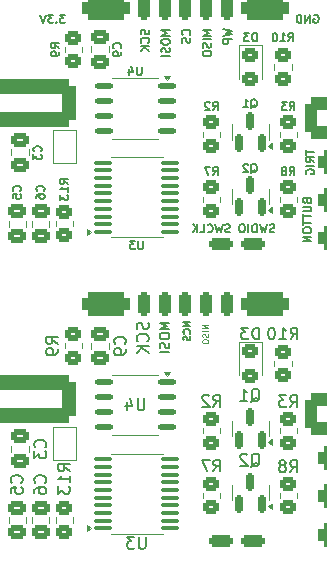
<source format=gbo>
G04 #@! TF.GenerationSoftware,KiCad,Pcbnew,9.0.4*
G04 #@! TF.CreationDate,2025-12-28T16:32:26+01:00*
G04 #@! TF.ProjectId,UWU_AK_V3_Mouse,5557555f-414b-45f5-9633-5f4d6f757365,rev?*
G04 #@! TF.SameCoordinates,Original*
G04 #@! TF.FileFunction,Legend,Bot*
G04 #@! TF.FilePolarity,Positive*
%FSLAX46Y46*%
G04 Gerber Fmt 4.6, Leading zero omitted, Abs format (unit mm)*
G04 Created by KiCad (PCBNEW 9.0.4) date 2025-12-28 16:32:26*
%MOMM*%
%LPD*%
G01*
G04 APERTURE LIST*
G04 Aperture macros list*
%AMRoundRect*
0 Rectangle with rounded corners*
0 $1 Rounding radius*
0 $2 $3 $4 $5 $6 $7 $8 $9 X,Y pos of 4 corners*
0 Add a 4 corners polygon primitive as box body*
4,1,4,$2,$3,$4,$5,$6,$7,$8,$9,$2,$3,0*
0 Add four circle primitives for the rounded corners*
1,1,$1+$1,$2,$3*
1,1,$1+$1,$4,$5*
1,1,$1+$1,$6,$7*
1,1,$1+$1,$8,$9*
0 Add four rect primitives between the rounded corners*
20,1,$1+$1,$2,$3,$4,$5,0*
20,1,$1+$1,$4,$5,$6,$7,0*
20,1,$1+$1,$6,$7,$8,$9,0*
20,1,$1+$1,$8,$9,$2,$3,0*%
%AMFreePoly0*
4,1,6,1.000000,0.000000,0.500000,-0.750000,-0.500000,-0.750000,-0.500000,0.750000,0.500000,0.750000,1.000000,0.000000,1.000000,0.000000,$1*%
%AMFreePoly1*
4,1,6,0.500000,-0.750000,-0.650000,-0.750000,-0.150000,0.000000,-0.650000,0.750000,0.500000,0.750000,0.500000,-0.750000,0.500000,-0.750000,$1*%
G04 Aperture macros list end*
%ADD10C,0.150000*%
%ADD11C,0.125000*%
%ADD12C,0.120000*%
%ADD13RoundRect,0.600000X-3.400000X-1.400000X3.400000X-1.400000X3.400000X1.400000X-3.400000X1.400000X0*%
%ADD14RoundRect,0.525000X3.475000X1.225000X-3.475000X1.225000X-3.475000X-1.225000X3.475000X-1.225000X0*%
%ADD15RoundRect,0.250000X0.450000X-0.350000X0.450000X0.350000X-0.450000X0.350000X-0.450000X-0.350000X0*%
%ADD16RoundRect,0.250000X0.475000X-0.337500X0.475000X0.337500X-0.475000X0.337500X-0.475000X-0.337500X0*%
%ADD17RoundRect,0.250000X0.250000X0.750000X-0.250000X0.750000X-0.250000X-0.750000X0.250000X-0.750000X0*%
%ADD18RoundRect,0.100000X-0.637500X-0.100000X0.637500X-0.100000X0.637500X0.100000X-0.637500X0.100000X0*%
%ADD19RoundRect,0.250000X-0.475000X0.337500X-0.475000X-0.337500X0.475000X-0.337500X0.475000X0.337500X0*%
%ADD20RoundRect,0.500000X-1.500000X0.500000X-1.500000X-0.500000X1.500000X-0.500000X1.500000X0.500000X0*%
%ADD21RoundRect,0.250000X-0.450000X0.350000X-0.450000X-0.350000X0.450000X-0.350000X0.450000X0.350000X0*%
%ADD22RoundRect,0.250000X-0.750000X0.250000X-0.750000X-0.250000X0.750000X-0.250000X0.750000X0.250000X0*%
%ADD23FreePoly0,270.000000*%
%ADD24FreePoly1,270.000000*%
%ADD25RoundRect,0.250000X-0.450000X0.325000X-0.450000X-0.325000X0.450000X-0.325000X0.450000X0.325000X0*%
%ADD26RoundRect,0.500000X1.500000X-0.500000X1.500000X0.500000X-1.500000X0.500000X-1.500000X-0.500000X0*%
%ADD27RoundRect,0.150000X0.150000X-0.587500X0.150000X0.587500X-0.150000X0.587500X-0.150000X-0.587500X0*%
%ADD28RoundRect,0.137500X0.612500X0.137500X-0.612500X0.137500X-0.612500X-0.137500X0.612500X-0.137500X0*%
G04 APERTURE END LIST*
D10*
X122089866Y-66165350D02*
X122123200Y-66132017D01*
X122123200Y-66132017D02*
X122156533Y-66032017D01*
X122156533Y-66032017D02*
X122156533Y-65965350D01*
X122156533Y-65965350D02*
X122123200Y-65865350D01*
X122123200Y-65865350D02*
X122056533Y-65798684D01*
X122056533Y-65798684D02*
X121989866Y-65765350D01*
X121989866Y-65765350D02*
X121856533Y-65732017D01*
X121856533Y-65732017D02*
X121756533Y-65732017D01*
X121756533Y-65732017D02*
X121623200Y-65765350D01*
X121623200Y-65765350D02*
X121556533Y-65798684D01*
X121556533Y-65798684D02*
X121489866Y-65865350D01*
X121489866Y-65865350D02*
X121456533Y-65965350D01*
X121456533Y-65965350D02*
X121456533Y-66032017D01*
X121456533Y-66032017D02*
X121489866Y-66132017D01*
X121489866Y-66132017D02*
X121523200Y-66165350D01*
X122123200Y-66432017D02*
X122156533Y-66532017D01*
X122156533Y-66532017D02*
X122156533Y-66698684D01*
X122156533Y-66698684D02*
X122123200Y-66765350D01*
X122123200Y-66765350D02*
X122089866Y-66798684D01*
X122089866Y-66798684D02*
X122023200Y-66832017D01*
X122023200Y-66832017D02*
X121956533Y-66832017D01*
X121956533Y-66832017D02*
X121889866Y-66798684D01*
X121889866Y-66798684D02*
X121856533Y-66765350D01*
X121856533Y-66765350D02*
X121823200Y-66698684D01*
X121823200Y-66698684D02*
X121789866Y-66565350D01*
X121789866Y-66565350D02*
X121756533Y-66498684D01*
X121756533Y-66498684D02*
X121723200Y-66465350D01*
X121723200Y-66465350D02*
X121656533Y-66432017D01*
X121656533Y-66432017D02*
X121589866Y-66432017D01*
X121589866Y-66432017D02*
X121523200Y-66465350D01*
X121523200Y-66465350D02*
X121489866Y-66498684D01*
X121489866Y-66498684D02*
X121456533Y-66565350D01*
X121456533Y-66565350D02*
X121456533Y-66732017D01*
X121456533Y-66732017D02*
X121489866Y-66832017D01*
D11*
X123682309Y-90701283D02*
X123182309Y-90701283D01*
X123182309Y-90701283D02*
X123539452Y-90867950D01*
X123539452Y-90867950D02*
X123182309Y-91034616D01*
X123182309Y-91034616D02*
X123682309Y-91034616D01*
X123682309Y-91272712D02*
X123182309Y-91272712D01*
X123658500Y-91486998D02*
X123682309Y-91558426D01*
X123682309Y-91558426D02*
X123682309Y-91677474D01*
X123682309Y-91677474D02*
X123658500Y-91725093D01*
X123658500Y-91725093D02*
X123634690Y-91748902D01*
X123634690Y-91748902D02*
X123587071Y-91772712D01*
X123587071Y-91772712D02*
X123539452Y-91772712D01*
X123539452Y-91772712D02*
X123491833Y-91748902D01*
X123491833Y-91748902D02*
X123468023Y-91725093D01*
X123468023Y-91725093D02*
X123444214Y-91677474D01*
X123444214Y-91677474D02*
X123420404Y-91582236D01*
X123420404Y-91582236D02*
X123396595Y-91534617D01*
X123396595Y-91534617D02*
X123372785Y-91510807D01*
X123372785Y-91510807D02*
X123325166Y-91486998D01*
X123325166Y-91486998D02*
X123277547Y-91486998D01*
X123277547Y-91486998D02*
X123229928Y-91510807D01*
X123229928Y-91510807D02*
X123206119Y-91534617D01*
X123206119Y-91534617D02*
X123182309Y-91582236D01*
X123182309Y-91582236D02*
X123182309Y-91701283D01*
X123182309Y-91701283D02*
X123206119Y-91772712D01*
X123182309Y-92082235D02*
X123182309Y-92177473D01*
X123182309Y-92177473D02*
X123206119Y-92225092D01*
X123206119Y-92225092D02*
X123253738Y-92272711D01*
X123253738Y-92272711D02*
X123348976Y-92296521D01*
X123348976Y-92296521D02*
X123515642Y-92296521D01*
X123515642Y-92296521D02*
X123610880Y-92272711D01*
X123610880Y-92272711D02*
X123658500Y-92225092D01*
X123658500Y-92225092D02*
X123682309Y-92177473D01*
X123682309Y-92177473D02*
X123682309Y-92082235D01*
X123682309Y-92082235D02*
X123658500Y-92034616D01*
X123658500Y-92034616D02*
X123610880Y-91986997D01*
X123610880Y-91986997D02*
X123515642Y-91963188D01*
X123515642Y-91963188D02*
X123348976Y-91963188D01*
X123348976Y-91963188D02*
X123253738Y-91986997D01*
X123253738Y-91986997D02*
X123206119Y-92034616D01*
X123206119Y-92034616D02*
X123182309Y-92082235D01*
D10*
X129267982Y-82873200D02*
X129167982Y-82906533D01*
X129167982Y-82906533D02*
X129001316Y-82906533D01*
X129001316Y-82906533D02*
X128934649Y-82873200D01*
X128934649Y-82873200D02*
X128901316Y-82839866D01*
X128901316Y-82839866D02*
X128867982Y-82773200D01*
X128867982Y-82773200D02*
X128867982Y-82706533D01*
X128867982Y-82706533D02*
X128901316Y-82639866D01*
X128901316Y-82639866D02*
X128934649Y-82606533D01*
X128934649Y-82606533D02*
X129001316Y-82573200D01*
X129001316Y-82573200D02*
X129134649Y-82539866D01*
X129134649Y-82539866D02*
X129201316Y-82506533D01*
X129201316Y-82506533D02*
X129234649Y-82473200D01*
X129234649Y-82473200D02*
X129267982Y-82406533D01*
X129267982Y-82406533D02*
X129267982Y-82339866D01*
X129267982Y-82339866D02*
X129234649Y-82273200D01*
X129234649Y-82273200D02*
X129201316Y-82239866D01*
X129201316Y-82239866D02*
X129134649Y-82206533D01*
X129134649Y-82206533D02*
X128967982Y-82206533D01*
X128967982Y-82206533D02*
X128867982Y-82239866D01*
X128634649Y-82206533D02*
X128467982Y-82906533D01*
X128467982Y-82906533D02*
X128334649Y-82406533D01*
X128334649Y-82406533D02*
X128201315Y-82906533D01*
X128201315Y-82906533D02*
X128034649Y-82206533D01*
X127767982Y-82906533D02*
X127767982Y-82206533D01*
X127767982Y-82206533D02*
X127601315Y-82206533D01*
X127601315Y-82206533D02*
X127501315Y-82239866D01*
X127501315Y-82239866D02*
X127434649Y-82306533D01*
X127434649Y-82306533D02*
X127401315Y-82373200D01*
X127401315Y-82373200D02*
X127367982Y-82506533D01*
X127367982Y-82506533D02*
X127367982Y-82606533D01*
X127367982Y-82606533D02*
X127401315Y-82739866D01*
X127401315Y-82739866D02*
X127434649Y-82806533D01*
X127434649Y-82806533D02*
X127501315Y-82873200D01*
X127501315Y-82873200D02*
X127601315Y-82906533D01*
X127601315Y-82906533D02*
X127767982Y-82906533D01*
X127067982Y-82906533D02*
X127067982Y-82206533D01*
X126601316Y-82206533D02*
X126467982Y-82206533D01*
X126467982Y-82206533D02*
X126401316Y-82239866D01*
X126401316Y-82239866D02*
X126334649Y-82306533D01*
X126334649Y-82306533D02*
X126301316Y-82439866D01*
X126301316Y-82439866D02*
X126301316Y-82673200D01*
X126301316Y-82673200D02*
X126334649Y-82806533D01*
X126334649Y-82806533D02*
X126401316Y-82873200D01*
X126401316Y-82873200D02*
X126467982Y-82906533D01*
X126467982Y-82906533D02*
X126601316Y-82906533D01*
X126601316Y-82906533D02*
X126667982Y-82873200D01*
X126667982Y-82873200D02*
X126734649Y-82806533D01*
X126734649Y-82806533D02*
X126767982Y-82673200D01*
X126767982Y-82673200D02*
X126767982Y-82439866D01*
X126767982Y-82439866D02*
X126734649Y-82306533D01*
X126734649Y-82306533D02*
X126667982Y-82239866D01*
X126667982Y-82239866D02*
X126601316Y-82206533D01*
X125517982Y-82873200D02*
X125417982Y-82906533D01*
X125417982Y-82906533D02*
X125251316Y-82906533D01*
X125251316Y-82906533D02*
X125184649Y-82873200D01*
X125184649Y-82873200D02*
X125151316Y-82839866D01*
X125151316Y-82839866D02*
X125117982Y-82773200D01*
X125117982Y-82773200D02*
X125117982Y-82706533D01*
X125117982Y-82706533D02*
X125151316Y-82639866D01*
X125151316Y-82639866D02*
X125184649Y-82606533D01*
X125184649Y-82606533D02*
X125251316Y-82573200D01*
X125251316Y-82573200D02*
X125384649Y-82539866D01*
X125384649Y-82539866D02*
X125451316Y-82506533D01*
X125451316Y-82506533D02*
X125484649Y-82473200D01*
X125484649Y-82473200D02*
X125517982Y-82406533D01*
X125517982Y-82406533D02*
X125517982Y-82339866D01*
X125517982Y-82339866D02*
X125484649Y-82273200D01*
X125484649Y-82273200D02*
X125451316Y-82239866D01*
X125451316Y-82239866D02*
X125384649Y-82206533D01*
X125384649Y-82206533D02*
X125217982Y-82206533D01*
X125217982Y-82206533D02*
X125117982Y-82239866D01*
X124884649Y-82206533D02*
X124717982Y-82906533D01*
X124717982Y-82906533D02*
X124584649Y-82406533D01*
X124584649Y-82406533D02*
X124451315Y-82906533D01*
X124451315Y-82906533D02*
X124284649Y-82206533D01*
X123617982Y-82839866D02*
X123651315Y-82873200D01*
X123651315Y-82873200D02*
X123751315Y-82906533D01*
X123751315Y-82906533D02*
X123817982Y-82906533D01*
X123817982Y-82906533D02*
X123917982Y-82873200D01*
X123917982Y-82873200D02*
X123984649Y-82806533D01*
X123984649Y-82806533D02*
X124017982Y-82739866D01*
X124017982Y-82739866D02*
X124051315Y-82606533D01*
X124051315Y-82606533D02*
X124051315Y-82506533D01*
X124051315Y-82506533D02*
X124017982Y-82373200D01*
X124017982Y-82373200D02*
X123984649Y-82306533D01*
X123984649Y-82306533D02*
X123917982Y-82239866D01*
X123917982Y-82239866D02*
X123817982Y-82206533D01*
X123817982Y-82206533D02*
X123751315Y-82206533D01*
X123751315Y-82206533D02*
X123651315Y-82239866D01*
X123651315Y-82239866D02*
X123617982Y-82273200D01*
X122984649Y-82906533D02*
X123317982Y-82906533D01*
X123317982Y-82906533D02*
X123317982Y-82206533D01*
X122751315Y-82906533D02*
X122751315Y-82206533D01*
X122351315Y-82906533D02*
X122651315Y-82506533D01*
X122351315Y-82206533D02*
X122751315Y-82606533D01*
X131956533Y-75915350D02*
X131956533Y-76315350D01*
X132656533Y-76115350D02*
X131956533Y-76115350D01*
X132656533Y-76948683D02*
X132323200Y-76715350D01*
X132656533Y-76548683D02*
X131956533Y-76548683D01*
X131956533Y-76548683D02*
X131956533Y-76815350D01*
X131956533Y-76815350D02*
X131989866Y-76882017D01*
X131989866Y-76882017D02*
X132023200Y-76915350D01*
X132023200Y-76915350D02*
X132089866Y-76948683D01*
X132089866Y-76948683D02*
X132189866Y-76948683D01*
X132189866Y-76948683D02*
X132256533Y-76915350D01*
X132256533Y-76915350D02*
X132289866Y-76882017D01*
X132289866Y-76882017D02*
X132323200Y-76815350D01*
X132323200Y-76815350D02*
X132323200Y-76548683D01*
X132656533Y-77248683D02*
X131956533Y-77248683D01*
X131989866Y-77948683D02*
X131956533Y-77882016D01*
X131956533Y-77882016D02*
X131956533Y-77782016D01*
X131956533Y-77782016D02*
X131989866Y-77682016D01*
X131989866Y-77682016D02*
X132056533Y-77615350D01*
X132056533Y-77615350D02*
X132123200Y-77582016D01*
X132123200Y-77582016D02*
X132256533Y-77548683D01*
X132256533Y-77548683D02*
X132356533Y-77548683D01*
X132356533Y-77548683D02*
X132489866Y-77582016D01*
X132489866Y-77582016D02*
X132556533Y-77615350D01*
X132556533Y-77615350D02*
X132623200Y-77682016D01*
X132623200Y-77682016D02*
X132656533Y-77782016D01*
X132656533Y-77782016D02*
X132656533Y-77848683D01*
X132656533Y-77848683D02*
X132623200Y-77948683D01*
X132623200Y-77948683D02*
X132589866Y-77982016D01*
X132589866Y-77982016D02*
X132356533Y-77982016D01*
X132356533Y-77982016D02*
X132356533Y-77848683D01*
X122168771Y-90491541D02*
X121568771Y-90491541D01*
X121568771Y-90491541D02*
X122168771Y-90834398D01*
X122168771Y-90834398D02*
X121568771Y-90834398D01*
X122111628Y-91462969D02*
X122140200Y-91434397D01*
X122140200Y-91434397D02*
X122168771Y-91348683D01*
X122168771Y-91348683D02*
X122168771Y-91291540D01*
X122168771Y-91291540D02*
X122140200Y-91205826D01*
X122140200Y-91205826D02*
X122083057Y-91148683D01*
X122083057Y-91148683D02*
X122025914Y-91120112D01*
X122025914Y-91120112D02*
X121911628Y-91091540D01*
X121911628Y-91091540D02*
X121825914Y-91091540D01*
X121825914Y-91091540D02*
X121711628Y-91120112D01*
X121711628Y-91120112D02*
X121654485Y-91148683D01*
X121654485Y-91148683D02*
X121597342Y-91205826D01*
X121597342Y-91205826D02*
X121568771Y-91291540D01*
X121568771Y-91291540D02*
X121568771Y-91348683D01*
X121568771Y-91348683D02*
X121597342Y-91434397D01*
X121597342Y-91434397D02*
X121625914Y-91462969D01*
X122140200Y-91691540D02*
X122168771Y-91777255D01*
X122168771Y-91777255D02*
X122168771Y-91920112D01*
X122168771Y-91920112D02*
X122140200Y-91977255D01*
X122140200Y-91977255D02*
X122111628Y-92005826D01*
X122111628Y-92005826D02*
X122054485Y-92034397D01*
X122054485Y-92034397D02*
X121997342Y-92034397D01*
X121997342Y-92034397D02*
X121940200Y-92005826D01*
X121940200Y-92005826D02*
X121911628Y-91977255D01*
X121911628Y-91977255D02*
X121883057Y-91920112D01*
X121883057Y-91920112D02*
X121854485Y-91805826D01*
X121854485Y-91805826D02*
X121825914Y-91748683D01*
X121825914Y-91748683D02*
X121797342Y-91720112D01*
X121797342Y-91720112D02*
X121740200Y-91691540D01*
X121740200Y-91691540D02*
X121683057Y-91691540D01*
X121683057Y-91691540D02*
X121625914Y-91720112D01*
X121625914Y-91720112D02*
X121597342Y-91748683D01*
X121597342Y-91748683D02*
X121568771Y-91805826D01*
X121568771Y-91805826D02*
X121568771Y-91948683D01*
X121568771Y-91948683D02*
X121597342Y-92034397D01*
X118572200Y-90539160D02*
X118619819Y-90682017D01*
X118619819Y-90682017D02*
X118619819Y-90920112D01*
X118619819Y-90920112D02*
X118572200Y-91015350D01*
X118572200Y-91015350D02*
X118524580Y-91062969D01*
X118524580Y-91062969D02*
X118429342Y-91110588D01*
X118429342Y-91110588D02*
X118334104Y-91110588D01*
X118334104Y-91110588D02*
X118238866Y-91062969D01*
X118238866Y-91062969D02*
X118191247Y-91015350D01*
X118191247Y-91015350D02*
X118143628Y-90920112D01*
X118143628Y-90920112D02*
X118096009Y-90729636D01*
X118096009Y-90729636D02*
X118048390Y-90634398D01*
X118048390Y-90634398D02*
X118000771Y-90586779D01*
X118000771Y-90586779D02*
X117905533Y-90539160D01*
X117905533Y-90539160D02*
X117810295Y-90539160D01*
X117810295Y-90539160D02*
X117715057Y-90586779D01*
X117715057Y-90586779D02*
X117667438Y-90634398D01*
X117667438Y-90634398D02*
X117619819Y-90729636D01*
X117619819Y-90729636D02*
X117619819Y-90967731D01*
X117619819Y-90967731D02*
X117667438Y-91110588D01*
X118524580Y-92110588D02*
X118572200Y-92062969D01*
X118572200Y-92062969D02*
X118619819Y-91920112D01*
X118619819Y-91920112D02*
X118619819Y-91824874D01*
X118619819Y-91824874D02*
X118572200Y-91682017D01*
X118572200Y-91682017D02*
X118476961Y-91586779D01*
X118476961Y-91586779D02*
X118381723Y-91539160D01*
X118381723Y-91539160D02*
X118191247Y-91491541D01*
X118191247Y-91491541D02*
X118048390Y-91491541D01*
X118048390Y-91491541D02*
X117857914Y-91539160D01*
X117857914Y-91539160D02*
X117762676Y-91586779D01*
X117762676Y-91586779D02*
X117667438Y-91682017D01*
X117667438Y-91682017D02*
X117619819Y-91824874D01*
X117619819Y-91824874D02*
X117619819Y-91920112D01*
X117619819Y-91920112D02*
X117667438Y-92062969D01*
X117667438Y-92062969D02*
X117715057Y-92110588D01*
X118619819Y-92539160D02*
X117619819Y-92539160D01*
X118619819Y-93110588D02*
X118048390Y-92682017D01*
X117619819Y-93110588D02*
X118191247Y-92539160D01*
X132039866Y-80248684D02*
X132073200Y-80348684D01*
X132073200Y-80348684D02*
X132106533Y-80382017D01*
X132106533Y-80382017D02*
X132173200Y-80415350D01*
X132173200Y-80415350D02*
X132273200Y-80415350D01*
X132273200Y-80415350D02*
X132339866Y-80382017D01*
X132339866Y-80382017D02*
X132373200Y-80348684D01*
X132373200Y-80348684D02*
X132406533Y-80282017D01*
X132406533Y-80282017D02*
X132406533Y-80015350D01*
X132406533Y-80015350D02*
X131706533Y-80015350D01*
X131706533Y-80015350D02*
X131706533Y-80248684D01*
X131706533Y-80248684D02*
X131739866Y-80315350D01*
X131739866Y-80315350D02*
X131773200Y-80348684D01*
X131773200Y-80348684D02*
X131839866Y-80382017D01*
X131839866Y-80382017D02*
X131906533Y-80382017D01*
X131906533Y-80382017D02*
X131973200Y-80348684D01*
X131973200Y-80348684D02*
X132006533Y-80315350D01*
X132006533Y-80315350D02*
X132039866Y-80248684D01*
X132039866Y-80248684D02*
X132039866Y-80015350D01*
X131706533Y-80715350D02*
X132273200Y-80715350D01*
X132273200Y-80715350D02*
X132339866Y-80748684D01*
X132339866Y-80748684D02*
X132373200Y-80782017D01*
X132373200Y-80782017D02*
X132406533Y-80848684D01*
X132406533Y-80848684D02*
X132406533Y-80982017D01*
X132406533Y-80982017D02*
X132373200Y-81048684D01*
X132373200Y-81048684D02*
X132339866Y-81082017D01*
X132339866Y-81082017D02*
X132273200Y-81115350D01*
X132273200Y-81115350D02*
X131706533Y-81115350D01*
X131706533Y-81348683D02*
X131706533Y-81748683D01*
X132406533Y-81548683D02*
X131706533Y-81548683D01*
X131706533Y-81882016D02*
X131706533Y-82282016D01*
X132406533Y-82082016D02*
X131706533Y-82082016D01*
X131706533Y-82648683D02*
X131706533Y-82782016D01*
X131706533Y-82782016D02*
X131739866Y-82848683D01*
X131739866Y-82848683D02*
X131806533Y-82915349D01*
X131806533Y-82915349D02*
X131939866Y-82948683D01*
X131939866Y-82948683D02*
X132173200Y-82948683D01*
X132173200Y-82948683D02*
X132306533Y-82915349D01*
X132306533Y-82915349D02*
X132373200Y-82848683D01*
X132373200Y-82848683D02*
X132406533Y-82782016D01*
X132406533Y-82782016D02*
X132406533Y-82648683D01*
X132406533Y-82648683D02*
X132373200Y-82582016D01*
X132373200Y-82582016D02*
X132306533Y-82515349D01*
X132306533Y-82515349D02*
X132173200Y-82482016D01*
X132173200Y-82482016D02*
X131939866Y-82482016D01*
X131939866Y-82482016D02*
X131806533Y-82515349D01*
X131806533Y-82515349D02*
X131739866Y-82582016D01*
X131739866Y-82582016D02*
X131706533Y-82648683D01*
X132406533Y-83248682D02*
X131706533Y-83248682D01*
X131706533Y-83248682D02*
X132406533Y-83648682D01*
X132406533Y-83648682D02*
X131706533Y-83648682D01*
X118623200Y-65732017D02*
X118656533Y-65832017D01*
X118656533Y-65832017D02*
X118656533Y-65998684D01*
X118656533Y-65998684D02*
X118623200Y-66065350D01*
X118623200Y-66065350D02*
X118589866Y-66098684D01*
X118589866Y-66098684D02*
X118523200Y-66132017D01*
X118523200Y-66132017D02*
X118456533Y-66132017D01*
X118456533Y-66132017D02*
X118389866Y-66098684D01*
X118389866Y-66098684D02*
X118356533Y-66065350D01*
X118356533Y-66065350D02*
X118323200Y-65998684D01*
X118323200Y-65998684D02*
X118289866Y-65865350D01*
X118289866Y-65865350D02*
X118256533Y-65798684D01*
X118256533Y-65798684D02*
X118223200Y-65765350D01*
X118223200Y-65765350D02*
X118156533Y-65732017D01*
X118156533Y-65732017D02*
X118089866Y-65732017D01*
X118089866Y-65732017D02*
X118023200Y-65765350D01*
X118023200Y-65765350D02*
X117989866Y-65798684D01*
X117989866Y-65798684D02*
X117956533Y-65865350D01*
X117956533Y-65865350D02*
X117956533Y-66032017D01*
X117956533Y-66032017D02*
X117989866Y-66132017D01*
X118589866Y-66832017D02*
X118623200Y-66798684D01*
X118623200Y-66798684D02*
X118656533Y-66698684D01*
X118656533Y-66698684D02*
X118656533Y-66632017D01*
X118656533Y-66632017D02*
X118623200Y-66532017D01*
X118623200Y-66532017D02*
X118556533Y-66465351D01*
X118556533Y-66465351D02*
X118489866Y-66432017D01*
X118489866Y-66432017D02*
X118356533Y-66398684D01*
X118356533Y-66398684D02*
X118256533Y-66398684D01*
X118256533Y-66398684D02*
X118123200Y-66432017D01*
X118123200Y-66432017D02*
X118056533Y-66465351D01*
X118056533Y-66465351D02*
X117989866Y-66532017D01*
X117989866Y-66532017D02*
X117956533Y-66632017D01*
X117956533Y-66632017D02*
X117956533Y-66698684D01*
X117956533Y-66698684D02*
X117989866Y-66798684D01*
X117989866Y-66798684D02*
X118023200Y-66832017D01*
X118656533Y-67132017D02*
X117956533Y-67132017D01*
X118656533Y-67532017D02*
X118256533Y-67232017D01*
X117956533Y-67532017D02*
X118356533Y-67132017D01*
X111551316Y-64456533D02*
X111117982Y-64456533D01*
X111117982Y-64456533D02*
X111351316Y-64723200D01*
X111351316Y-64723200D02*
X111251316Y-64723200D01*
X111251316Y-64723200D02*
X111184649Y-64756533D01*
X111184649Y-64756533D02*
X111151316Y-64789866D01*
X111151316Y-64789866D02*
X111117982Y-64856533D01*
X111117982Y-64856533D02*
X111117982Y-65023200D01*
X111117982Y-65023200D02*
X111151316Y-65089866D01*
X111151316Y-65089866D02*
X111184649Y-65123200D01*
X111184649Y-65123200D02*
X111251316Y-65156533D01*
X111251316Y-65156533D02*
X111451316Y-65156533D01*
X111451316Y-65156533D02*
X111517982Y-65123200D01*
X111517982Y-65123200D02*
X111551316Y-65089866D01*
X110817982Y-65089866D02*
X110784649Y-65123200D01*
X110784649Y-65123200D02*
X110817982Y-65156533D01*
X110817982Y-65156533D02*
X110851315Y-65123200D01*
X110851315Y-65123200D02*
X110817982Y-65089866D01*
X110817982Y-65089866D02*
X110817982Y-65156533D01*
X110551316Y-64456533D02*
X110117982Y-64456533D01*
X110117982Y-64456533D02*
X110351316Y-64723200D01*
X110351316Y-64723200D02*
X110251316Y-64723200D01*
X110251316Y-64723200D02*
X110184649Y-64756533D01*
X110184649Y-64756533D02*
X110151316Y-64789866D01*
X110151316Y-64789866D02*
X110117982Y-64856533D01*
X110117982Y-64856533D02*
X110117982Y-65023200D01*
X110117982Y-65023200D02*
X110151316Y-65089866D01*
X110151316Y-65089866D02*
X110184649Y-65123200D01*
X110184649Y-65123200D02*
X110251316Y-65156533D01*
X110251316Y-65156533D02*
X110451316Y-65156533D01*
X110451316Y-65156533D02*
X110517982Y-65123200D01*
X110517982Y-65123200D02*
X110551316Y-65089866D01*
X109917982Y-64456533D02*
X109684649Y-65156533D01*
X109684649Y-65156533D02*
X109451315Y-64456533D01*
X124956533Y-65698684D02*
X125656533Y-65865350D01*
X125656533Y-65865350D02*
X125156533Y-65998684D01*
X125156533Y-65998684D02*
X125656533Y-66132017D01*
X125656533Y-66132017D02*
X124956533Y-66298684D01*
X125656533Y-66565350D02*
X124956533Y-66565350D01*
X124956533Y-66565350D02*
X124956533Y-66832017D01*
X124956533Y-66832017D02*
X124989866Y-66898684D01*
X124989866Y-66898684D02*
X125023200Y-66932017D01*
X125023200Y-66932017D02*
X125089866Y-66965350D01*
X125089866Y-66965350D02*
X125189866Y-66965350D01*
X125189866Y-66965350D02*
X125256533Y-66932017D01*
X125256533Y-66932017D02*
X125289866Y-66898684D01*
X125289866Y-66898684D02*
X125323200Y-66832017D01*
X125323200Y-66832017D02*
X125323200Y-66565350D01*
X123906533Y-65765350D02*
X123206533Y-65765350D01*
X123206533Y-65765350D02*
X123706533Y-65998684D01*
X123706533Y-65998684D02*
X123206533Y-66232017D01*
X123206533Y-66232017D02*
X123906533Y-66232017D01*
X123906533Y-66565350D02*
X123206533Y-66565350D01*
X123873200Y-66865350D02*
X123906533Y-66965350D01*
X123906533Y-66965350D02*
X123906533Y-67132017D01*
X123906533Y-67132017D02*
X123873200Y-67198683D01*
X123873200Y-67198683D02*
X123839866Y-67232017D01*
X123839866Y-67232017D02*
X123773200Y-67265350D01*
X123773200Y-67265350D02*
X123706533Y-67265350D01*
X123706533Y-67265350D02*
X123639866Y-67232017D01*
X123639866Y-67232017D02*
X123606533Y-67198683D01*
X123606533Y-67198683D02*
X123573200Y-67132017D01*
X123573200Y-67132017D02*
X123539866Y-66998683D01*
X123539866Y-66998683D02*
X123506533Y-66932017D01*
X123506533Y-66932017D02*
X123473200Y-66898683D01*
X123473200Y-66898683D02*
X123406533Y-66865350D01*
X123406533Y-66865350D02*
X123339866Y-66865350D01*
X123339866Y-66865350D02*
X123273200Y-66898683D01*
X123273200Y-66898683D02*
X123239866Y-66932017D01*
X123239866Y-66932017D02*
X123206533Y-66998683D01*
X123206533Y-66998683D02*
X123206533Y-67165350D01*
X123206533Y-67165350D02*
X123239866Y-67265350D01*
X123206533Y-67698684D02*
X123206533Y-67832017D01*
X123206533Y-67832017D02*
X123239866Y-67898684D01*
X123239866Y-67898684D02*
X123306533Y-67965350D01*
X123306533Y-67965350D02*
X123439866Y-67998684D01*
X123439866Y-67998684D02*
X123673200Y-67998684D01*
X123673200Y-67998684D02*
X123806533Y-67965350D01*
X123806533Y-67965350D02*
X123873200Y-67898684D01*
X123873200Y-67898684D02*
X123906533Y-67832017D01*
X123906533Y-67832017D02*
X123906533Y-67698684D01*
X123906533Y-67698684D02*
X123873200Y-67632017D01*
X123873200Y-67632017D02*
X123806533Y-67565350D01*
X123806533Y-67565350D02*
X123673200Y-67532017D01*
X123673200Y-67532017D02*
X123439866Y-67532017D01*
X123439866Y-67532017D02*
X123306533Y-67565350D01*
X123306533Y-67565350D02*
X123239866Y-67632017D01*
X123239866Y-67632017D02*
X123206533Y-67698684D01*
X132617982Y-64489866D02*
X132684649Y-64456533D01*
X132684649Y-64456533D02*
X132784649Y-64456533D01*
X132784649Y-64456533D02*
X132884649Y-64489866D01*
X132884649Y-64489866D02*
X132951316Y-64556533D01*
X132951316Y-64556533D02*
X132984649Y-64623200D01*
X132984649Y-64623200D02*
X133017982Y-64756533D01*
X133017982Y-64756533D02*
X133017982Y-64856533D01*
X133017982Y-64856533D02*
X132984649Y-64989866D01*
X132984649Y-64989866D02*
X132951316Y-65056533D01*
X132951316Y-65056533D02*
X132884649Y-65123200D01*
X132884649Y-65123200D02*
X132784649Y-65156533D01*
X132784649Y-65156533D02*
X132717982Y-65156533D01*
X132717982Y-65156533D02*
X132617982Y-65123200D01*
X132617982Y-65123200D02*
X132584649Y-65089866D01*
X132584649Y-65089866D02*
X132584649Y-64856533D01*
X132584649Y-64856533D02*
X132717982Y-64856533D01*
X132284649Y-65156533D02*
X132284649Y-64456533D01*
X132284649Y-64456533D02*
X131884649Y-65156533D01*
X131884649Y-65156533D02*
X131884649Y-64456533D01*
X131551316Y-65156533D02*
X131551316Y-64456533D01*
X131551316Y-64456533D02*
X131384649Y-64456533D01*
X131384649Y-64456533D02*
X131284649Y-64489866D01*
X131284649Y-64489866D02*
X131217983Y-64556533D01*
X131217983Y-64556533D02*
X131184649Y-64623200D01*
X131184649Y-64623200D02*
X131151316Y-64756533D01*
X131151316Y-64756533D02*
X131151316Y-64856533D01*
X131151316Y-64856533D02*
X131184649Y-64989866D01*
X131184649Y-64989866D02*
X131217983Y-65056533D01*
X131217983Y-65056533D02*
X131284649Y-65123200D01*
X131284649Y-65123200D02*
X131384649Y-65156533D01*
X131384649Y-65156533D02*
X131551316Y-65156533D01*
X120406533Y-65765350D02*
X119706533Y-65765350D01*
X119706533Y-65765350D02*
X120206533Y-65998684D01*
X120206533Y-65998684D02*
X119706533Y-66232017D01*
X119706533Y-66232017D02*
X120406533Y-66232017D01*
X119706533Y-66698684D02*
X119706533Y-66832017D01*
X119706533Y-66832017D02*
X119739866Y-66898684D01*
X119739866Y-66898684D02*
X119806533Y-66965350D01*
X119806533Y-66965350D02*
X119939866Y-66998684D01*
X119939866Y-66998684D02*
X120173200Y-66998684D01*
X120173200Y-66998684D02*
X120306533Y-66965350D01*
X120306533Y-66965350D02*
X120373200Y-66898684D01*
X120373200Y-66898684D02*
X120406533Y-66832017D01*
X120406533Y-66832017D02*
X120406533Y-66698684D01*
X120406533Y-66698684D02*
X120373200Y-66632017D01*
X120373200Y-66632017D02*
X120306533Y-66565350D01*
X120306533Y-66565350D02*
X120173200Y-66532017D01*
X120173200Y-66532017D02*
X119939866Y-66532017D01*
X119939866Y-66532017D02*
X119806533Y-66565350D01*
X119806533Y-66565350D02*
X119739866Y-66632017D01*
X119739866Y-66632017D02*
X119706533Y-66698684D01*
X120373200Y-67265350D02*
X120406533Y-67365350D01*
X120406533Y-67365350D02*
X120406533Y-67532017D01*
X120406533Y-67532017D02*
X120373200Y-67598683D01*
X120373200Y-67598683D02*
X120339866Y-67632017D01*
X120339866Y-67632017D02*
X120273200Y-67665350D01*
X120273200Y-67665350D02*
X120206533Y-67665350D01*
X120206533Y-67665350D02*
X120139866Y-67632017D01*
X120139866Y-67632017D02*
X120106533Y-67598683D01*
X120106533Y-67598683D02*
X120073200Y-67532017D01*
X120073200Y-67532017D02*
X120039866Y-67398683D01*
X120039866Y-67398683D02*
X120006533Y-67332017D01*
X120006533Y-67332017D02*
X119973200Y-67298683D01*
X119973200Y-67298683D02*
X119906533Y-67265350D01*
X119906533Y-67265350D02*
X119839866Y-67265350D01*
X119839866Y-67265350D02*
X119773200Y-67298683D01*
X119773200Y-67298683D02*
X119739866Y-67332017D01*
X119739866Y-67332017D02*
X119706533Y-67398683D01*
X119706533Y-67398683D02*
X119706533Y-67565350D01*
X119706533Y-67565350D02*
X119739866Y-67665350D01*
X120406533Y-67965350D02*
X119706533Y-67965350D01*
X120394295Y-90539160D02*
X119594295Y-90539160D01*
X119594295Y-90539160D02*
X120165723Y-90805826D01*
X120165723Y-90805826D02*
X119594295Y-91072493D01*
X119594295Y-91072493D02*
X120394295Y-91072493D01*
X119594295Y-91605827D02*
X119594295Y-91758208D01*
X119594295Y-91758208D02*
X119632390Y-91834398D01*
X119632390Y-91834398D02*
X119708580Y-91910589D01*
X119708580Y-91910589D02*
X119860961Y-91948684D01*
X119860961Y-91948684D02*
X120127628Y-91948684D01*
X120127628Y-91948684D02*
X120280009Y-91910589D01*
X120280009Y-91910589D02*
X120356200Y-91834398D01*
X120356200Y-91834398D02*
X120394295Y-91758208D01*
X120394295Y-91758208D02*
X120394295Y-91605827D01*
X120394295Y-91605827D02*
X120356200Y-91529636D01*
X120356200Y-91529636D02*
X120280009Y-91453446D01*
X120280009Y-91453446D02*
X120127628Y-91415350D01*
X120127628Y-91415350D02*
X119860961Y-91415350D01*
X119860961Y-91415350D02*
X119708580Y-91453446D01*
X119708580Y-91453446D02*
X119632390Y-91529636D01*
X119632390Y-91529636D02*
X119594295Y-91605827D01*
X120356200Y-92253445D02*
X120394295Y-92367731D01*
X120394295Y-92367731D02*
X120394295Y-92558207D01*
X120394295Y-92558207D02*
X120356200Y-92634398D01*
X120356200Y-92634398D02*
X120318104Y-92672493D01*
X120318104Y-92672493D02*
X120241914Y-92710588D01*
X120241914Y-92710588D02*
X120165723Y-92710588D01*
X120165723Y-92710588D02*
X120089533Y-92672493D01*
X120089533Y-92672493D02*
X120051438Y-92634398D01*
X120051438Y-92634398D02*
X120013342Y-92558207D01*
X120013342Y-92558207D02*
X119975247Y-92405826D01*
X119975247Y-92405826D02*
X119937152Y-92329636D01*
X119937152Y-92329636D02*
X119899057Y-92291541D01*
X119899057Y-92291541D02*
X119822866Y-92253445D01*
X119822866Y-92253445D02*
X119746676Y-92253445D01*
X119746676Y-92253445D02*
X119670485Y-92291541D01*
X119670485Y-92291541D02*
X119632390Y-92329636D01*
X119632390Y-92329636D02*
X119594295Y-92405826D01*
X119594295Y-92405826D02*
X119594295Y-92596303D01*
X119594295Y-92596303D02*
X119632390Y-92710588D01*
X120394295Y-93053446D02*
X119594295Y-93053446D01*
X124116666Y-103142319D02*
X124449999Y-102666128D01*
X124688094Y-103142319D02*
X124688094Y-102142319D01*
X124688094Y-102142319D02*
X124307142Y-102142319D01*
X124307142Y-102142319D02*
X124211904Y-102189938D01*
X124211904Y-102189938D02*
X124164285Y-102237557D01*
X124164285Y-102237557D02*
X124116666Y-102332795D01*
X124116666Y-102332795D02*
X124116666Y-102475652D01*
X124116666Y-102475652D02*
X124164285Y-102570890D01*
X124164285Y-102570890D02*
X124211904Y-102618509D01*
X124211904Y-102618509D02*
X124307142Y-102666128D01*
X124307142Y-102666128D02*
X124688094Y-102666128D01*
X123783332Y-102142319D02*
X123116666Y-102142319D01*
X123116666Y-102142319D02*
X123545237Y-103142319D01*
X109749366Y-79383333D02*
X109782700Y-79350000D01*
X109782700Y-79350000D02*
X109816033Y-79250000D01*
X109816033Y-79250000D02*
X109816033Y-79183333D01*
X109816033Y-79183333D02*
X109782700Y-79083333D01*
X109782700Y-79083333D02*
X109716033Y-79016667D01*
X109716033Y-79016667D02*
X109649366Y-78983333D01*
X109649366Y-78983333D02*
X109516033Y-78950000D01*
X109516033Y-78950000D02*
X109416033Y-78950000D01*
X109416033Y-78950000D02*
X109282700Y-78983333D01*
X109282700Y-78983333D02*
X109216033Y-79016667D01*
X109216033Y-79016667D02*
X109149366Y-79083333D01*
X109149366Y-79083333D02*
X109116033Y-79183333D01*
X109116033Y-79183333D02*
X109116033Y-79250000D01*
X109116033Y-79250000D02*
X109149366Y-79350000D01*
X109149366Y-79350000D02*
X109182700Y-79383333D01*
X109116033Y-79983333D02*
X109116033Y-79850000D01*
X109116033Y-79850000D02*
X109149366Y-79783333D01*
X109149366Y-79783333D02*
X109182700Y-79750000D01*
X109182700Y-79750000D02*
X109282700Y-79683333D01*
X109282700Y-79683333D02*
X109416033Y-79650000D01*
X109416033Y-79650000D02*
X109682700Y-79650000D01*
X109682700Y-79650000D02*
X109749366Y-79683333D01*
X109749366Y-79683333D02*
X109782700Y-79716667D01*
X109782700Y-79716667D02*
X109816033Y-79783333D01*
X109816033Y-79783333D02*
X109816033Y-79916667D01*
X109816033Y-79916667D02*
X109782700Y-79983333D01*
X109782700Y-79983333D02*
X109749366Y-80016667D01*
X109749366Y-80016667D02*
X109682700Y-80050000D01*
X109682700Y-80050000D02*
X109516033Y-80050000D01*
X109516033Y-80050000D02*
X109449366Y-80016667D01*
X109449366Y-80016667D02*
X109416033Y-79983333D01*
X109416033Y-79983333D02*
X109382700Y-79916667D01*
X109382700Y-79916667D02*
X109382700Y-79783333D01*
X109382700Y-79783333D02*
X109416033Y-79716667D01*
X109416033Y-79716667D02*
X109449366Y-79683333D01*
X109449366Y-79683333D02*
X109516033Y-79650000D01*
X116609580Y-92333333D02*
X116657200Y-92285714D01*
X116657200Y-92285714D02*
X116704819Y-92142857D01*
X116704819Y-92142857D02*
X116704819Y-92047619D01*
X116704819Y-92047619D02*
X116657200Y-91904762D01*
X116657200Y-91904762D02*
X116561961Y-91809524D01*
X116561961Y-91809524D02*
X116466723Y-91761905D01*
X116466723Y-91761905D02*
X116276247Y-91714286D01*
X116276247Y-91714286D02*
X116133390Y-91714286D01*
X116133390Y-91714286D02*
X115942914Y-91761905D01*
X115942914Y-91761905D02*
X115847676Y-91809524D01*
X115847676Y-91809524D02*
X115752438Y-91904762D01*
X115752438Y-91904762D02*
X115704819Y-92047619D01*
X115704819Y-92047619D02*
X115704819Y-92142857D01*
X115704819Y-92142857D02*
X115752438Y-92285714D01*
X115752438Y-92285714D02*
X115800057Y-92333333D01*
X116704819Y-92809524D02*
X116704819Y-93000000D01*
X116704819Y-93000000D02*
X116657200Y-93095238D01*
X116657200Y-93095238D02*
X116609580Y-93142857D01*
X116609580Y-93142857D02*
X116466723Y-93238095D01*
X116466723Y-93238095D02*
X116276247Y-93285714D01*
X116276247Y-93285714D02*
X115895295Y-93285714D01*
X115895295Y-93285714D02*
X115800057Y-93238095D01*
X115800057Y-93238095D02*
X115752438Y-93190476D01*
X115752438Y-93190476D02*
X115704819Y-93095238D01*
X115704819Y-93095238D02*
X115704819Y-92904762D01*
X115704819Y-92904762D02*
X115752438Y-92809524D01*
X115752438Y-92809524D02*
X115800057Y-92761905D01*
X115800057Y-92761905D02*
X115895295Y-92714286D01*
X115895295Y-92714286D02*
X116133390Y-92714286D01*
X116133390Y-92714286D02*
X116228628Y-92761905D01*
X116228628Y-92761905D02*
X116276247Y-92809524D01*
X116276247Y-92809524D02*
X116323866Y-92904762D01*
X116323866Y-92904762D02*
X116323866Y-93095238D01*
X116323866Y-93095238D02*
X116276247Y-93190476D01*
X116276247Y-93190476D02*
X116228628Y-93238095D01*
X116228628Y-93238095D02*
X116133390Y-93285714D01*
X118374404Y-108679819D02*
X118374404Y-109489342D01*
X118374404Y-109489342D02*
X118326785Y-109584580D01*
X118326785Y-109584580D02*
X118279166Y-109632200D01*
X118279166Y-109632200D02*
X118183928Y-109679819D01*
X118183928Y-109679819D02*
X117993452Y-109679819D01*
X117993452Y-109679819D02*
X117898214Y-109632200D01*
X117898214Y-109632200D02*
X117850595Y-109584580D01*
X117850595Y-109584580D02*
X117802976Y-109489342D01*
X117802976Y-109489342D02*
X117802976Y-108679819D01*
X117422023Y-108679819D02*
X116802976Y-108679819D01*
X116802976Y-108679819D02*
X117136309Y-109060771D01*
X117136309Y-109060771D02*
X116993452Y-109060771D01*
X116993452Y-109060771D02*
X116898214Y-109108390D01*
X116898214Y-109108390D02*
X116850595Y-109156009D01*
X116850595Y-109156009D02*
X116802976Y-109251247D01*
X116802976Y-109251247D02*
X116802976Y-109489342D01*
X116802976Y-109489342D02*
X116850595Y-109584580D01*
X116850595Y-109584580D02*
X116898214Y-109632200D01*
X116898214Y-109632200D02*
X116993452Y-109679819D01*
X116993452Y-109679819D02*
X117279166Y-109679819D01*
X117279166Y-109679819D02*
X117374404Y-109632200D01*
X117374404Y-109632200D02*
X117422023Y-109584580D01*
X109499366Y-76038333D02*
X109532700Y-76005000D01*
X109532700Y-76005000D02*
X109566033Y-75905000D01*
X109566033Y-75905000D02*
X109566033Y-75838333D01*
X109566033Y-75838333D02*
X109532700Y-75738333D01*
X109532700Y-75738333D02*
X109466033Y-75671667D01*
X109466033Y-75671667D02*
X109399366Y-75638333D01*
X109399366Y-75638333D02*
X109266033Y-75605000D01*
X109266033Y-75605000D02*
X109166033Y-75605000D01*
X109166033Y-75605000D02*
X109032700Y-75638333D01*
X109032700Y-75638333D02*
X108966033Y-75671667D01*
X108966033Y-75671667D02*
X108899366Y-75738333D01*
X108899366Y-75738333D02*
X108866033Y-75838333D01*
X108866033Y-75838333D02*
X108866033Y-75905000D01*
X108866033Y-75905000D02*
X108899366Y-76005000D01*
X108899366Y-76005000D02*
X108932700Y-76038333D01*
X108866033Y-76271667D02*
X108866033Y-76705000D01*
X108866033Y-76705000D02*
X109132700Y-76471667D01*
X109132700Y-76471667D02*
X109132700Y-76571667D01*
X109132700Y-76571667D02*
X109166033Y-76638333D01*
X109166033Y-76638333D02*
X109199366Y-76671667D01*
X109199366Y-76671667D02*
X109266033Y-76705000D01*
X109266033Y-76705000D02*
X109432700Y-76705000D01*
X109432700Y-76705000D02*
X109499366Y-76671667D01*
X109499366Y-76671667D02*
X109532700Y-76638333D01*
X109532700Y-76638333D02*
X109566033Y-76571667D01*
X109566033Y-76571667D02*
X109566033Y-76371667D01*
X109566033Y-76371667D02*
X109532700Y-76305000D01*
X109532700Y-76305000D02*
X109499366Y-76271667D01*
X124116666Y-97642319D02*
X124449999Y-97166128D01*
X124688094Y-97642319D02*
X124688094Y-96642319D01*
X124688094Y-96642319D02*
X124307142Y-96642319D01*
X124307142Y-96642319D02*
X124211904Y-96689938D01*
X124211904Y-96689938D02*
X124164285Y-96737557D01*
X124164285Y-96737557D02*
X124116666Y-96832795D01*
X124116666Y-96832795D02*
X124116666Y-96975652D01*
X124116666Y-96975652D02*
X124164285Y-97070890D01*
X124164285Y-97070890D02*
X124211904Y-97118509D01*
X124211904Y-97118509D02*
X124307142Y-97166128D01*
X124307142Y-97166128D02*
X124688094Y-97166128D01*
X123735713Y-96737557D02*
X123688094Y-96689938D01*
X123688094Y-96689938D02*
X123592856Y-96642319D01*
X123592856Y-96642319D02*
X123354761Y-96642319D01*
X123354761Y-96642319D02*
X123259523Y-96689938D01*
X123259523Y-96689938D02*
X123211904Y-96737557D01*
X123211904Y-96737557D02*
X123164285Y-96832795D01*
X123164285Y-96832795D02*
X123164285Y-96928033D01*
X123164285Y-96928033D02*
X123211904Y-97070890D01*
X123211904Y-97070890D02*
X123783332Y-97642319D01*
X123783332Y-97642319D02*
X123164285Y-97642319D01*
X110954819Y-92333333D02*
X110478628Y-92000000D01*
X110954819Y-91761905D02*
X109954819Y-91761905D01*
X109954819Y-91761905D02*
X109954819Y-92142857D01*
X109954819Y-92142857D02*
X110002438Y-92238095D01*
X110002438Y-92238095D02*
X110050057Y-92285714D01*
X110050057Y-92285714D02*
X110145295Y-92333333D01*
X110145295Y-92333333D02*
X110288152Y-92333333D01*
X110288152Y-92333333D02*
X110383390Y-92285714D01*
X110383390Y-92285714D02*
X110431009Y-92238095D01*
X110431009Y-92238095D02*
X110478628Y-92142857D01*
X110478628Y-92142857D02*
X110478628Y-91761905D01*
X110954819Y-92809524D02*
X110954819Y-93000000D01*
X110954819Y-93000000D02*
X110907200Y-93095238D01*
X110907200Y-93095238D02*
X110859580Y-93142857D01*
X110859580Y-93142857D02*
X110716723Y-93238095D01*
X110716723Y-93238095D02*
X110526247Y-93285714D01*
X110526247Y-93285714D02*
X110145295Y-93285714D01*
X110145295Y-93285714D02*
X110050057Y-93238095D01*
X110050057Y-93238095D02*
X110002438Y-93190476D01*
X110002438Y-93190476D02*
X109954819Y-93095238D01*
X109954819Y-93095238D02*
X109954819Y-92904762D01*
X109954819Y-92904762D02*
X110002438Y-92809524D01*
X110002438Y-92809524D02*
X110050057Y-92761905D01*
X110050057Y-92761905D02*
X110145295Y-92714286D01*
X110145295Y-92714286D02*
X110383390Y-92714286D01*
X110383390Y-92714286D02*
X110478628Y-92761905D01*
X110478628Y-92761905D02*
X110526247Y-92809524D01*
X110526247Y-92809524D02*
X110573866Y-92904762D01*
X110573866Y-92904762D02*
X110573866Y-93095238D01*
X110573866Y-93095238D02*
X110526247Y-93190476D01*
X110526247Y-93190476D02*
X110478628Y-93238095D01*
X110478628Y-93238095D02*
X110383390Y-93285714D01*
X130616666Y-97704819D02*
X130949999Y-97228628D01*
X131188094Y-97704819D02*
X131188094Y-96704819D01*
X131188094Y-96704819D02*
X130807142Y-96704819D01*
X130807142Y-96704819D02*
X130711904Y-96752438D01*
X130711904Y-96752438D02*
X130664285Y-96800057D01*
X130664285Y-96800057D02*
X130616666Y-96895295D01*
X130616666Y-96895295D02*
X130616666Y-97038152D01*
X130616666Y-97038152D02*
X130664285Y-97133390D01*
X130664285Y-97133390D02*
X130711904Y-97181009D01*
X130711904Y-97181009D02*
X130807142Y-97228628D01*
X130807142Y-97228628D02*
X131188094Y-97228628D01*
X130283332Y-96704819D02*
X129664285Y-96704819D01*
X129664285Y-96704819D02*
X129997618Y-97085771D01*
X129997618Y-97085771D02*
X129854761Y-97085771D01*
X129854761Y-97085771D02*
X129759523Y-97133390D01*
X129759523Y-97133390D02*
X129711904Y-97181009D01*
X129711904Y-97181009D02*
X129664285Y-97276247D01*
X129664285Y-97276247D02*
X129664285Y-97514342D01*
X129664285Y-97514342D02*
X129711904Y-97609580D01*
X129711904Y-97609580D02*
X129759523Y-97657200D01*
X129759523Y-97657200D02*
X129854761Y-97704819D01*
X129854761Y-97704819D02*
X130140475Y-97704819D01*
X130140475Y-97704819D02*
X130235713Y-97657200D01*
X130235713Y-97657200D02*
X130283332Y-97609580D01*
X130450000Y-66721033D02*
X130683333Y-66387700D01*
X130850000Y-66721033D02*
X130850000Y-66021033D01*
X130850000Y-66021033D02*
X130583333Y-66021033D01*
X130583333Y-66021033D02*
X130516667Y-66054366D01*
X130516667Y-66054366D02*
X130483333Y-66087700D01*
X130483333Y-66087700D02*
X130450000Y-66154366D01*
X130450000Y-66154366D02*
X130450000Y-66254366D01*
X130450000Y-66254366D02*
X130483333Y-66321033D01*
X130483333Y-66321033D02*
X130516667Y-66354366D01*
X130516667Y-66354366D02*
X130583333Y-66387700D01*
X130583333Y-66387700D02*
X130850000Y-66387700D01*
X129783333Y-66721033D02*
X130183333Y-66721033D01*
X129983333Y-66721033D02*
X129983333Y-66021033D01*
X129983333Y-66021033D02*
X130050000Y-66121033D01*
X130050000Y-66121033D02*
X130116667Y-66187700D01*
X130116667Y-66187700D02*
X130183333Y-66221033D01*
X129350000Y-66021033D02*
X129283333Y-66021033D01*
X129283333Y-66021033D02*
X129216666Y-66054366D01*
X129216666Y-66054366D02*
X129183333Y-66087700D01*
X129183333Y-66087700D02*
X129150000Y-66154366D01*
X129150000Y-66154366D02*
X129116666Y-66287700D01*
X129116666Y-66287700D02*
X129116666Y-66454366D01*
X129116666Y-66454366D02*
X129150000Y-66587700D01*
X129150000Y-66587700D02*
X129183333Y-66654366D01*
X129183333Y-66654366D02*
X129216666Y-66687700D01*
X129216666Y-66687700D02*
X129283333Y-66721033D01*
X129283333Y-66721033D02*
X129350000Y-66721033D01*
X129350000Y-66721033D02*
X129416666Y-66687700D01*
X129416666Y-66687700D02*
X129450000Y-66654366D01*
X129450000Y-66654366D02*
X129483333Y-66587700D01*
X129483333Y-66587700D02*
X129516666Y-66454366D01*
X129516666Y-66454366D02*
X129516666Y-66287700D01*
X129516666Y-66287700D02*
X129483333Y-66154366D01*
X129483333Y-66154366D02*
X129450000Y-66087700D01*
X129450000Y-66087700D02*
X129416666Y-66054366D01*
X129416666Y-66054366D02*
X129350000Y-66021033D01*
X127766666Y-66721033D02*
X127766666Y-66021033D01*
X127766666Y-66021033D02*
X127599999Y-66021033D01*
X127599999Y-66021033D02*
X127499999Y-66054366D01*
X127499999Y-66054366D02*
X127433333Y-66121033D01*
X127433333Y-66121033D02*
X127399999Y-66187700D01*
X127399999Y-66187700D02*
X127366666Y-66321033D01*
X127366666Y-66321033D02*
X127366666Y-66421033D01*
X127366666Y-66421033D02*
X127399999Y-66554366D01*
X127399999Y-66554366D02*
X127433333Y-66621033D01*
X127433333Y-66621033D02*
X127499999Y-66687700D01*
X127499999Y-66687700D02*
X127599999Y-66721033D01*
X127599999Y-66721033D02*
X127766666Y-66721033D01*
X127133333Y-66021033D02*
X126699999Y-66021033D01*
X126699999Y-66021033D02*
X126933333Y-66287700D01*
X126933333Y-66287700D02*
X126833333Y-66287700D01*
X126833333Y-66287700D02*
X126766666Y-66321033D01*
X126766666Y-66321033D02*
X126733333Y-66354366D01*
X126733333Y-66354366D02*
X126699999Y-66421033D01*
X126699999Y-66421033D02*
X126699999Y-66587700D01*
X126699999Y-66587700D02*
X126733333Y-66654366D01*
X126733333Y-66654366D02*
X126766666Y-66687700D01*
X126766666Y-66687700D02*
X126833333Y-66721033D01*
X126833333Y-66721033D02*
X127033333Y-66721033D01*
X127033333Y-66721033D02*
X127099999Y-66687700D01*
X127099999Y-66687700D02*
X127133333Y-66654366D01*
X111816033Y-78799999D02*
X111482700Y-78566666D01*
X111816033Y-78399999D02*
X111116033Y-78399999D01*
X111116033Y-78399999D02*
X111116033Y-78666666D01*
X111116033Y-78666666D02*
X111149366Y-78733333D01*
X111149366Y-78733333D02*
X111182700Y-78766666D01*
X111182700Y-78766666D02*
X111249366Y-78799999D01*
X111249366Y-78799999D02*
X111349366Y-78799999D01*
X111349366Y-78799999D02*
X111416033Y-78766666D01*
X111416033Y-78766666D02*
X111449366Y-78733333D01*
X111449366Y-78733333D02*
X111482700Y-78666666D01*
X111482700Y-78666666D02*
X111482700Y-78399999D01*
X111816033Y-79466666D02*
X111816033Y-79066666D01*
X111816033Y-79266666D02*
X111116033Y-79266666D01*
X111116033Y-79266666D02*
X111216033Y-79199999D01*
X111216033Y-79199999D02*
X111282700Y-79133333D01*
X111282700Y-79133333D02*
X111316033Y-79066666D01*
X111116033Y-79700000D02*
X111116033Y-80133333D01*
X111116033Y-80133333D02*
X111382700Y-79900000D01*
X111382700Y-79900000D02*
X111382700Y-80000000D01*
X111382700Y-80000000D02*
X111416033Y-80066666D01*
X111416033Y-80066666D02*
X111449366Y-80100000D01*
X111449366Y-80100000D02*
X111516033Y-80133333D01*
X111516033Y-80133333D02*
X111682700Y-80133333D01*
X111682700Y-80133333D02*
X111749366Y-80100000D01*
X111749366Y-80100000D02*
X111782700Y-80066666D01*
X111782700Y-80066666D02*
X111816033Y-80000000D01*
X111816033Y-80000000D02*
X111816033Y-79800000D01*
X111816033Y-79800000D02*
X111782700Y-79733333D01*
X111782700Y-79733333D02*
X111749366Y-79700000D01*
X127988094Y-91954819D02*
X127988094Y-90954819D01*
X127988094Y-90954819D02*
X127749999Y-90954819D01*
X127749999Y-90954819D02*
X127607142Y-91002438D01*
X127607142Y-91002438D02*
X127511904Y-91097676D01*
X127511904Y-91097676D02*
X127464285Y-91192914D01*
X127464285Y-91192914D02*
X127416666Y-91383390D01*
X127416666Y-91383390D02*
X127416666Y-91526247D01*
X127416666Y-91526247D02*
X127464285Y-91716723D01*
X127464285Y-91716723D02*
X127511904Y-91811961D01*
X127511904Y-91811961D02*
X127607142Y-91907200D01*
X127607142Y-91907200D02*
X127749999Y-91954819D01*
X127749999Y-91954819D02*
X127988094Y-91954819D01*
X127083332Y-90954819D02*
X126464285Y-90954819D01*
X126464285Y-90954819D02*
X126797618Y-91335771D01*
X126797618Y-91335771D02*
X126654761Y-91335771D01*
X126654761Y-91335771D02*
X126559523Y-91383390D01*
X126559523Y-91383390D02*
X126511904Y-91431009D01*
X126511904Y-91431009D02*
X126464285Y-91526247D01*
X126464285Y-91526247D02*
X126464285Y-91764342D01*
X126464285Y-91764342D02*
X126511904Y-91859580D01*
X126511904Y-91859580D02*
X126559523Y-91907200D01*
X126559523Y-91907200D02*
X126654761Y-91954819D01*
X126654761Y-91954819D02*
X126940475Y-91954819D01*
X126940475Y-91954819D02*
X127035713Y-91907200D01*
X127035713Y-91907200D02*
X127083332Y-91859580D01*
X109859580Y-104083333D02*
X109907200Y-104035714D01*
X109907200Y-104035714D02*
X109954819Y-103892857D01*
X109954819Y-103892857D02*
X109954819Y-103797619D01*
X109954819Y-103797619D02*
X109907200Y-103654762D01*
X109907200Y-103654762D02*
X109811961Y-103559524D01*
X109811961Y-103559524D02*
X109716723Y-103511905D01*
X109716723Y-103511905D02*
X109526247Y-103464286D01*
X109526247Y-103464286D02*
X109383390Y-103464286D01*
X109383390Y-103464286D02*
X109192914Y-103511905D01*
X109192914Y-103511905D02*
X109097676Y-103559524D01*
X109097676Y-103559524D02*
X109002438Y-103654762D01*
X109002438Y-103654762D02*
X108954819Y-103797619D01*
X108954819Y-103797619D02*
X108954819Y-103892857D01*
X108954819Y-103892857D02*
X109002438Y-104035714D01*
X109002438Y-104035714D02*
X109050057Y-104083333D01*
X108954819Y-104940476D02*
X108954819Y-104750000D01*
X108954819Y-104750000D02*
X109002438Y-104654762D01*
X109002438Y-104654762D02*
X109050057Y-104607143D01*
X109050057Y-104607143D02*
X109192914Y-104511905D01*
X109192914Y-104511905D02*
X109383390Y-104464286D01*
X109383390Y-104464286D02*
X109764342Y-104464286D01*
X109764342Y-104464286D02*
X109859580Y-104511905D01*
X109859580Y-104511905D02*
X109907200Y-104559524D01*
X109907200Y-104559524D02*
X109954819Y-104654762D01*
X109954819Y-104654762D02*
X109954819Y-104845238D01*
X109954819Y-104845238D02*
X109907200Y-104940476D01*
X109907200Y-104940476D02*
X109859580Y-104988095D01*
X109859580Y-104988095D02*
X109764342Y-105035714D01*
X109764342Y-105035714D02*
X109526247Y-105035714D01*
X109526247Y-105035714D02*
X109431009Y-104988095D01*
X109431009Y-104988095D02*
X109383390Y-104940476D01*
X109383390Y-104940476D02*
X109335771Y-104845238D01*
X109335771Y-104845238D02*
X109335771Y-104654762D01*
X109335771Y-104654762D02*
X109383390Y-104559524D01*
X109383390Y-104559524D02*
X109431009Y-104511905D01*
X109431009Y-104511905D02*
X109526247Y-104464286D01*
X127266666Y-77882700D02*
X127333333Y-77849366D01*
X127333333Y-77849366D02*
X127400000Y-77782700D01*
X127400000Y-77782700D02*
X127500000Y-77682700D01*
X127500000Y-77682700D02*
X127566666Y-77649366D01*
X127566666Y-77649366D02*
X127633333Y-77649366D01*
X127600000Y-77816033D02*
X127666666Y-77782700D01*
X127666666Y-77782700D02*
X127733333Y-77716033D01*
X127733333Y-77716033D02*
X127766666Y-77582700D01*
X127766666Y-77582700D02*
X127766666Y-77349366D01*
X127766666Y-77349366D02*
X127733333Y-77216033D01*
X127733333Y-77216033D02*
X127666666Y-77149366D01*
X127666666Y-77149366D02*
X127600000Y-77116033D01*
X127600000Y-77116033D02*
X127466666Y-77116033D01*
X127466666Y-77116033D02*
X127400000Y-77149366D01*
X127400000Y-77149366D02*
X127333333Y-77216033D01*
X127333333Y-77216033D02*
X127300000Y-77349366D01*
X127300000Y-77349366D02*
X127300000Y-77582700D01*
X127300000Y-77582700D02*
X127333333Y-77716033D01*
X127333333Y-77716033D02*
X127400000Y-77782700D01*
X127400000Y-77782700D02*
X127466666Y-77816033D01*
X127466666Y-77816033D02*
X127600000Y-77816033D01*
X127033333Y-77182700D02*
X127000000Y-77149366D01*
X127000000Y-77149366D02*
X126933333Y-77116033D01*
X126933333Y-77116033D02*
X126766667Y-77116033D01*
X126766667Y-77116033D02*
X126700000Y-77149366D01*
X126700000Y-77149366D02*
X126666667Y-77182700D01*
X126666667Y-77182700D02*
X126633333Y-77249366D01*
X126633333Y-77249366D02*
X126633333Y-77316033D01*
X126633333Y-77316033D02*
X126666667Y-77416033D01*
X126666667Y-77416033D02*
X127066667Y-77816033D01*
X127066667Y-77816033D02*
X126633333Y-77816033D01*
X130566666Y-78066033D02*
X130799999Y-77732700D01*
X130966666Y-78066033D02*
X130966666Y-77366033D01*
X130966666Y-77366033D02*
X130699999Y-77366033D01*
X130699999Y-77366033D02*
X130633333Y-77399366D01*
X130633333Y-77399366D02*
X130599999Y-77432700D01*
X130599999Y-77432700D02*
X130566666Y-77499366D01*
X130566666Y-77499366D02*
X130566666Y-77599366D01*
X130566666Y-77599366D02*
X130599999Y-77666033D01*
X130599999Y-77666033D02*
X130633333Y-77699366D01*
X130633333Y-77699366D02*
X130699999Y-77732700D01*
X130699999Y-77732700D02*
X130966666Y-77732700D01*
X130166666Y-77666033D02*
X130233333Y-77632700D01*
X130233333Y-77632700D02*
X130266666Y-77599366D01*
X130266666Y-77599366D02*
X130299999Y-77532700D01*
X130299999Y-77532700D02*
X130299999Y-77499366D01*
X130299999Y-77499366D02*
X130266666Y-77432700D01*
X130266666Y-77432700D02*
X130233333Y-77399366D01*
X130233333Y-77399366D02*
X130166666Y-77366033D01*
X130166666Y-77366033D02*
X130033333Y-77366033D01*
X130033333Y-77366033D02*
X129966666Y-77399366D01*
X129966666Y-77399366D02*
X129933333Y-77432700D01*
X129933333Y-77432700D02*
X129899999Y-77499366D01*
X129899999Y-77499366D02*
X129899999Y-77532700D01*
X129899999Y-77532700D02*
X129933333Y-77599366D01*
X129933333Y-77599366D02*
X129966666Y-77632700D01*
X129966666Y-77632700D02*
X130033333Y-77666033D01*
X130033333Y-77666033D02*
X130166666Y-77666033D01*
X130166666Y-77666033D02*
X130233333Y-77699366D01*
X130233333Y-77699366D02*
X130266666Y-77732700D01*
X130266666Y-77732700D02*
X130299999Y-77799366D01*
X130299999Y-77799366D02*
X130299999Y-77932700D01*
X130299999Y-77932700D02*
X130266666Y-77999366D01*
X130266666Y-77999366D02*
X130233333Y-78032700D01*
X130233333Y-78032700D02*
X130166666Y-78066033D01*
X130166666Y-78066033D02*
X130033333Y-78066033D01*
X130033333Y-78066033D02*
X129966666Y-78032700D01*
X129966666Y-78032700D02*
X129933333Y-77999366D01*
X129933333Y-77999366D02*
X129899999Y-77932700D01*
X129899999Y-77932700D02*
X129899999Y-77799366D01*
X129899999Y-77799366D02*
X129933333Y-77732700D01*
X129933333Y-77732700D02*
X129966666Y-77699366D01*
X129966666Y-77699366D02*
X130033333Y-77666033D01*
X116249366Y-67288333D02*
X116282700Y-67255000D01*
X116282700Y-67255000D02*
X116316033Y-67155000D01*
X116316033Y-67155000D02*
X116316033Y-67088333D01*
X116316033Y-67088333D02*
X116282700Y-66988333D01*
X116282700Y-66988333D02*
X116216033Y-66921667D01*
X116216033Y-66921667D02*
X116149366Y-66888333D01*
X116149366Y-66888333D02*
X116016033Y-66855000D01*
X116016033Y-66855000D02*
X115916033Y-66855000D01*
X115916033Y-66855000D02*
X115782700Y-66888333D01*
X115782700Y-66888333D02*
X115716033Y-66921667D01*
X115716033Y-66921667D02*
X115649366Y-66988333D01*
X115649366Y-66988333D02*
X115616033Y-67088333D01*
X115616033Y-67088333D02*
X115616033Y-67155000D01*
X115616033Y-67155000D02*
X115649366Y-67255000D01*
X115649366Y-67255000D02*
X115682700Y-67288333D01*
X116316033Y-67621667D02*
X116316033Y-67755000D01*
X116316033Y-67755000D02*
X116282700Y-67821667D01*
X116282700Y-67821667D02*
X116249366Y-67855000D01*
X116249366Y-67855000D02*
X116149366Y-67921667D01*
X116149366Y-67921667D02*
X116016033Y-67955000D01*
X116016033Y-67955000D02*
X115749366Y-67955000D01*
X115749366Y-67955000D02*
X115682700Y-67921667D01*
X115682700Y-67921667D02*
X115649366Y-67888333D01*
X115649366Y-67888333D02*
X115616033Y-67821667D01*
X115616033Y-67821667D02*
X115616033Y-67688333D01*
X115616033Y-67688333D02*
X115649366Y-67621667D01*
X115649366Y-67621667D02*
X115682700Y-67588333D01*
X115682700Y-67588333D02*
X115749366Y-67555000D01*
X115749366Y-67555000D02*
X115916033Y-67555000D01*
X115916033Y-67555000D02*
X115982700Y-67588333D01*
X115982700Y-67588333D02*
X116016033Y-67621667D01*
X116016033Y-67621667D02*
X116049366Y-67688333D01*
X116049366Y-67688333D02*
X116049366Y-67821667D01*
X116049366Y-67821667D02*
X116016033Y-67888333D01*
X116016033Y-67888333D02*
X115982700Y-67921667D01*
X115982700Y-67921667D02*
X115916033Y-67955000D01*
X130642857Y-91954819D02*
X130976190Y-91478628D01*
X131214285Y-91954819D02*
X131214285Y-90954819D01*
X131214285Y-90954819D02*
X130833333Y-90954819D01*
X130833333Y-90954819D02*
X130738095Y-91002438D01*
X130738095Y-91002438D02*
X130690476Y-91050057D01*
X130690476Y-91050057D02*
X130642857Y-91145295D01*
X130642857Y-91145295D02*
X130642857Y-91288152D01*
X130642857Y-91288152D02*
X130690476Y-91383390D01*
X130690476Y-91383390D02*
X130738095Y-91431009D01*
X130738095Y-91431009D02*
X130833333Y-91478628D01*
X130833333Y-91478628D02*
X131214285Y-91478628D01*
X129690476Y-91954819D02*
X130261904Y-91954819D01*
X129976190Y-91954819D02*
X129976190Y-90954819D01*
X129976190Y-90954819D02*
X130071428Y-91097676D01*
X130071428Y-91097676D02*
X130166666Y-91192914D01*
X130166666Y-91192914D02*
X130261904Y-91240533D01*
X129071428Y-90954819D02*
X128976190Y-90954819D01*
X128976190Y-90954819D02*
X128880952Y-91002438D01*
X128880952Y-91002438D02*
X128833333Y-91050057D01*
X128833333Y-91050057D02*
X128785714Y-91145295D01*
X128785714Y-91145295D02*
X128738095Y-91335771D01*
X128738095Y-91335771D02*
X128738095Y-91573866D01*
X128738095Y-91573866D02*
X128785714Y-91764342D01*
X128785714Y-91764342D02*
X128833333Y-91859580D01*
X128833333Y-91859580D02*
X128880952Y-91907200D01*
X128880952Y-91907200D02*
X128976190Y-91954819D01*
X128976190Y-91954819D02*
X129071428Y-91954819D01*
X129071428Y-91954819D02*
X129166666Y-91907200D01*
X129166666Y-91907200D02*
X129214285Y-91859580D01*
X129214285Y-91859580D02*
X129261904Y-91764342D01*
X129261904Y-91764342D02*
X129309523Y-91573866D01*
X129309523Y-91573866D02*
X129309523Y-91335771D01*
X129309523Y-91335771D02*
X129261904Y-91145295D01*
X129261904Y-91145295D02*
X129214285Y-91050057D01*
X129214285Y-91050057D02*
X129166666Y-91002438D01*
X129166666Y-91002438D02*
X129071428Y-90954819D01*
X130616666Y-103204819D02*
X130949999Y-102728628D01*
X131188094Y-103204819D02*
X131188094Y-102204819D01*
X131188094Y-102204819D02*
X130807142Y-102204819D01*
X130807142Y-102204819D02*
X130711904Y-102252438D01*
X130711904Y-102252438D02*
X130664285Y-102300057D01*
X130664285Y-102300057D02*
X130616666Y-102395295D01*
X130616666Y-102395295D02*
X130616666Y-102538152D01*
X130616666Y-102538152D02*
X130664285Y-102633390D01*
X130664285Y-102633390D02*
X130711904Y-102681009D01*
X130711904Y-102681009D02*
X130807142Y-102728628D01*
X130807142Y-102728628D02*
X131188094Y-102728628D01*
X130045237Y-102633390D02*
X130140475Y-102585771D01*
X130140475Y-102585771D02*
X130188094Y-102538152D01*
X130188094Y-102538152D02*
X130235713Y-102442914D01*
X130235713Y-102442914D02*
X130235713Y-102395295D01*
X130235713Y-102395295D02*
X130188094Y-102300057D01*
X130188094Y-102300057D02*
X130140475Y-102252438D01*
X130140475Y-102252438D02*
X130045237Y-102204819D01*
X130045237Y-102204819D02*
X129854761Y-102204819D01*
X129854761Y-102204819D02*
X129759523Y-102252438D01*
X129759523Y-102252438D02*
X129711904Y-102300057D01*
X129711904Y-102300057D02*
X129664285Y-102395295D01*
X129664285Y-102395295D02*
X129664285Y-102442914D01*
X129664285Y-102442914D02*
X129711904Y-102538152D01*
X129711904Y-102538152D02*
X129759523Y-102585771D01*
X129759523Y-102585771D02*
X129854761Y-102633390D01*
X129854761Y-102633390D02*
X130045237Y-102633390D01*
X130045237Y-102633390D02*
X130140475Y-102681009D01*
X130140475Y-102681009D02*
X130188094Y-102728628D01*
X130188094Y-102728628D02*
X130235713Y-102823866D01*
X130235713Y-102823866D02*
X130235713Y-103014342D01*
X130235713Y-103014342D02*
X130188094Y-103109580D01*
X130188094Y-103109580D02*
X130140475Y-103157200D01*
X130140475Y-103157200D02*
X130045237Y-103204819D01*
X130045237Y-103204819D02*
X129854761Y-103204819D01*
X129854761Y-103204819D02*
X129759523Y-103157200D01*
X129759523Y-103157200D02*
X129711904Y-103109580D01*
X129711904Y-103109580D02*
X129664285Y-103014342D01*
X129664285Y-103014342D02*
X129664285Y-102823866D01*
X129664285Y-102823866D02*
X129711904Y-102728628D01*
X129711904Y-102728628D02*
X129759523Y-102681009D01*
X129759523Y-102681009D02*
X129854761Y-102633390D01*
X124066666Y-78066033D02*
X124299999Y-77732700D01*
X124466666Y-78066033D02*
X124466666Y-77366033D01*
X124466666Y-77366033D02*
X124199999Y-77366033D01*
X124199999Y-77366033D02*
X124133333Y-77399366D01*
X124133333Y-77399366D02*
X124099999Y-77432700D01*
X124099999Y-77432700D02*
X124066666Y-77499366D01*
X124066666Y-77499366D02*
X124066666Y-77599366D01*
X124066666Y-77599366D02*
X124099999Y-77666033D01*
X124099999Y-77666033D02*
X124133333Y-77699366D01*
X124133333Y-77699366D02*
X124199999Y-77732700D01*
X124199999Y-77732700D02*
X124466666Y-77732700D01*
X123833333Y-77366033D02*
X123366666Y-77366033D01*
X123366666Y-77366033D02*
X123666666Y-78066033D01*
X111066033Y-67288333D02*
X110732700Y-67055000D01*
X111066033Y-66888333D02*
X110366033Y-66888333D01*
X110366033Y-66888333D02*
X110366033Y-67155000D01*
X110366033Y-67155000D02*
X110399366Y-67221667D01*
X110399366Y-67221667D02*
X110432700Y-67255000D01*
X110432700Y-67255000D02*
X110499366Y-67288333D01*
X110499366Y-67288333D02*
X110599366Y-67288333D01*
X110599366Y-67288333D02*
X110666033Y-67255000D01*
X110666033Y-67255000D02*
X110699366Y-67221667D01*
X110699366Y-67221667D02*
X110732700Y-67155000D01*
X110732700Y-67155000D02*
X110732700Y-66888333D01*
X111066033Y-67621667D02*
X111066033Y-67755000D01*
X111066033Y-67755000D02*
X111032700Y-67821667D01*
X111032700Y-67821667D02*
X110999366Y-67855000D01*
X110999366Y-67855000D02*
X110899366Y-67921667D01*
X110899366Y-67921667D02*
X110766033Y-67955000D01*
X110766033Y-67955000D02*
X110499366Y-67955000D01*
X110499366Y-67955000D02*
X110432700Y-67921667D01*
X110432700Y-67921667D02*
X110399366Y-67888333D01*
X110399366Y-67888333D02*
X110366033Y-67821667D01*
X110366033Y-67821667D02*
X110366033Y-67688333D01*
X110366033Y-67688333D02*
X110399366Y-67621667D01*
X110399366Y-67621667D02*
X110432700Y-67588333D01*
X110432700Y-67588333D02*
X110499366Y-67555000D01*
X110499366Y-67555000D02*
X110666033Y-67555000D01*
X110666033Y-67555000D02*
X110732700Y-67588333D01*
X110732700Y-67588333D02*
X110766033Y-67621667D01*
X110766033Y-67621667D02*
X110799366Y-67688333D01*
X110799366Y-67688333D02*
X110799366Y-67821667D01*
X110799366Y-67821667D02*
X110766033Y-67888333D01*
X110766033Y-67888333D02*
X110732700Y-67921667D01*
X110732700Y-67921667D02*
X110666033Y-67955000D01*
X111954819Y-103107142D02*
X111478628Y-102773809D01*
X111954819Y-102535714D02*
X110954819Y-102535714D01*
X110954819Y-102535714D02*
X110954819Y-102916666D01*
X110954819Y-102916666D02*
X111002438Y-103011904D01*
X111002438Y-103011904D02*
X111050057Y-103059523D01*
X111050057Y-103059523D02*
X111145295Y-103107142D01*
X111145295Y-103107142D02*
X111288152Y-103107142D01*
X111288152Y-103107142D02*
X111383390Y-103059523D01*
X111383390Y-103059523D02*
X111431009Y-103011904D01*
X111431009Y-103011904D02*
X111478628Y-102916666D01*
X111478628Y-102916666D02*
X111478628Y-102535714D01*
X111954819Y-104059523D02*
X111954819Y-103488095D01*
X111954819Y-103773809D02*
X110954819Y-103773809D01*
X110954819Y-103773809D02*
X111097676Y-103678571D01*
X111097676Y-103678571D02*
X111192914Y-103583333D01*
X111192914Y-103583333D02*
X111240533Y-103488095D01*
X110954819Y-104392857D02*
X110954819Y-105011904D01*
X110954819Y-105011904D02*
X111335771Y-104678571D01*
X111335771Y-104678571D02*
X111335771Y-104821428D01*
X111335771Y-104821428D02*
X111383390Y-104916666D01*
X111383390Y-104916666D02*
X111431009Y-104964285D01*
X111431009Y-104964285D02*
X111526247Y-105011904D01*
X111526247Y-105011904D02*
X111764342Y-105011904D01*
X111764342Y-105011904D02*
X111859580Y-104964285D01*
X111859580Y-104964285D02*
X111907200Y-104916666D01*
X111907200Y-104916666D02*
X111954819Y-104821428D01*
X111954819Y-104821428D02*
X111954819Y-104535714D01*
X111954819Y-104535714D02*
X111907200Y-104440476D01*
X111907200Y-104440476D02*
X111859580Y-104392857D01*
X109859580Y-101083333D02*
X109907200Y-101035714D01*
X109907200Y-101035714D02*
X109954819Y-100892857D01*
X109954819Y-100892857D02*
X109954819Y-100797619D01*
X109954819Y-100797619D02*
X109907200Y-100654762D01*
X109907200Y-100654762D02*
X109811961Y-100559524D01*
X109811961Y-100559524D02*
X109716723Y-100511905D01*
X109716723Y-100511905D02*
X109526247Y-100464286D01*
X109526247Y-100464286D02*
X109383390Y-100464286D01*
X109383390Y-100464286D02*
X109192914Y-100511905D01*
X109192914Y-100511905D02*
X109097676Y-100559524D01*
X109097676Y-100559524D02*
X109002438Y-100654762D01*
X109002438Y-100654762D02*
X108954819Y-100797619D01*
X108954819Y-100797619D02*
X108954819Y-100892857D01*
X108954819Y-100892857D02*
X109002438Y-101035714D01*
X109002438Y-101035714D02*
X109050057Y-101083333D01*
X108954819Y-101416667D02*
X108954819Y-102035714D01*
X108954819Y-102035714D02*
X109335771Y-101702381D01*
X109335771Y-101702381D02*
X109335771Y-101845238D01*
X109335771Y-101845238D02*
X109383390Y-101940476D01*
X109383390Y-101940476D02*
X109431009Y-101988095D01*
X109431009Y-101988095D02*
X109526247Y-102035714D01*
X109526247Y-102035714D02*
X109764342Y-102035714D01*
X109764342Y-102035714D02*
X109859580Y-101988095D01*
X109859580Y-101988095D02*
X109907200Y-101940476D01*
X109907200Y-101940476D02*
X109954819Y-101845238D01*
X109954819Y-101845238D02*
X109954819Y-101559524D01*
X109954819Y-101559524D02*
X109907200Y-101464286D01*
X109907200Y-101464286D02*
X109859580Y-101416667D01*
X127295238Y-102737557D02*
X127390476Y-102689938D01*
X127390476Y-102689938D02*
X127485714Y-102594700D01*
X127485714Y-102594700D02*
X127628571Y-102451842D01*
X127628571Y-102451842D02*
X127723809Y-102404223D01*
X127723809Y-102404223D02*
X127819047Y-102404223D01*
X127771428Y-102642319D02*
X127866666Y-102594700D01*
X127866666Y-102594700D02*
X127961904Y-102499461D01*
X127961904Y-102499461D02*
X128009523Y-102308985D01*
X128009523Y-102308985D02*
X128009523Y-101975652D01*
X128009523Y-101975652D02*
X127961904Y-101785176D01*
X127961904Y-101785176D02*
X127866666Y-101689938D01*
X127866666Y-101689938D02*
X127771428Y-101642319D01*
X127771428Y-101642319D02*
X127580952Y-101642319D01*
X127580952Y-101642319D02*
X127485714Y-101689938D01*
X127485714Y-101689938D02*
X127390476Y-101785176D01*
X127390476Y-101785176D02*
X127342857Y-101975652D01*
X127342857Y-101975652D02*
X127342857Y-102308985D01*
X127342857Y-102308985D02*
X127390476Y-102499461D01*
X127390476Y-102499461D02*
X127485714Y-102594700D01*
X127485714Y-102594700D02*
X127580952Y-102642319D01*
X127580952Y-102642319D02*
X127771428Y-102642319D01*
X126961904Y-101737557D02*
X126914285Y-101689938D01*
X126914285Y-101689938D02*
X126819047Y-101642319D01*
X126819047Y-101642319D02*
X126580952Y-101642319D01*
X126580952Y-101642319D02*
X126485714Y-101689938D01*
X126485714Y-101689938D02*
X126438095Y-101737557D01*
X126438095Y-101737557D02*
X126390476Y-101832795D01*
X126390476Y-101832795D02*
X126390476Y-101928033D01*
X126390476Y-101928033D02*
X126438095Y-102070890D01*
X126438095Y-102070890D02*
X127009523Y-102642319D01*
X127009523Y-102642319D02*
X126390476Y-102642319D01*
X124066666Y-72566033D02*
X124299999Y-72232700D01*
X124466666Y-72566033D02*
X124466666Y-71866033D01*
X124466666Y-71866033D02*
X124199999Y-71866033D01*
X124199999Y-71866033D02*
X124133333Y-71899366D01*
X124133333Y-71899366D02*
X124099999Y-71932700D01*
X124099999Y-71932700D02*
X124066666Y-71999366D01*
X124066666Y-71999366D02*
X124066666Y-72099366D01*
X124066666Y-72099366D02*
X124099999Y-72166033D01*
X124099999Y-72166033D02*
X124133333Y-72199366D01*
X124133333Y-72199366D02*
X124199999Y-72232700D01*
X124199999Y-72232700D02*
X124466666Y-72232700D01*
X123799999Y-71932700D02*
X123766666Y-71899366D01*
X123766666Y-71899366D02*
X123699999Y-71866033D01*
X123699999Y-71866033D02*
X123533333Y-71866033D01*
X123533333Y-71866033D02*
X123466666Y-71899366D01*
X123466666Y-71899366D02*
X123433333Y-71932700D01*
X123433333Y-71932700D02*
X123399999Y-71999366D01*
X123399999Y-71999366D02*
X123399999Y-72066033D01*
X123399999Y-72066033D02*
X123433333Y-72166033D01*
X123433333Y-72166033D02*
X123833333Y-72566033D01*
X123833333Y-72566033D02*
X123399999Y-72566033D01*
X118261904Y-96954819D02*
X118261904Y-97764342D01*
X118261904Y-97764342D02*
X118214285Y-97859580D01*
X118214285Y-97859580D02*
X118166666Y-97907200D01*
X118166666Y-97907200D02*
X118071428Y-97954819D01*
X118071428Y-97954819D02*
X117880952Y-97954819D01*
X117880952Y-97954819D02*
X117785714Y-97907200D01*
X117785714Y-97907200D02*
X117738095Y-97859580D01*
X117738095Y-97859580D02*
X117690476Y-97764342D01*
X117690476Y-97764342D02*
X117690476Y-96954819D01*
X116785714Y-97288152D02*
X116785714Y-97954819D01*
X117023809Y-96907200D02*
X117261904Y-97621485D01*
X117261904Y-97621485D02*
X116642857Y-97621485D01*
X127295238Y-97237557D02*
X127390476Y-97189938D01*
X127390476Y-97189938D02*
X127485714Y-97094700D01*
X127485714Y-97094700D02*
X127628571Y-96951842D01*
X127628571Y-96951842D02*
X127723809Y-96904223D01*
X127723809Y-96904223D02*
X127819047Y-96904223D01*
X127771428Y-97142319D02*
X127866666Y-97094700D01*
X127866666Y-97094700D02*
X127961904Y-96999461D01*
X127961904Y-96999461D02*
X128009523Y-96808985D01*
X128009523Y-96808985D02*
X128009523Y-96475652D01*
X128009523Y-96475652D02*
X127961904Y-96285176D01*
X127961904Y-96285176D02*
X127866666Y-96189938D01*
X127866666Y-96189938D02*
X127771428Y-96142319D01*
X127771428Y-96142319D02*
X127580952Y-96142319D01*
X127580952Y-96142319D02*
X127485714Y-96189938D01*
X127485714Y-96189938D02*
X127390476Y-96285176D01*
X127390476Y-96285176D02*
X127342857Y-96475652D01*
X127342857Y-96475652D02*
X127342857Y-96808985D01*
X127342857Y-96808985D02*
X127390476Y-96999461D01*
X127390476Y-96999461D02*
X127485714Y-97094700D01*
X127485714Y-97094700D02*
X127580952Y-97142319D01*
X127580952Y-97142319D02*
X127771428Y-97142319D01*
X126390476Y-97142319D02*
X126961904Y-97142319D01*
X126676190Y-97142319D02*
X126676190Y-96142319D01*
X126676190Y-96142319D02*
X126771428Y-96285176D01*
X126771428Y-96285176D02*
X126866666Y-96380414D01*
X126866666Y-96380414D02*
X126961904Y-96428033D01*
X118033333Y-68866033D02*
X118033333Y-69432700D01*
X118033333Y-69432700D02*
X118000000Y-69499366D01*
X118000000Y-69499366D02*
X117966666Y-69532700D01*
X117966666Y-69532700D02*
X117900000Y-69566033D01*
X117900000Y-69566033D02*
X117766666Y-69566033D01*
X117766666Y-69566033D02*
X117700000Y-69532700D01*
X117700000Y-69532700D02*
X117666666Y-69499366D01*
X117666666Y-69499366D02*
X117633333Y-69432700D01*
X117633333Y-69432700D02*
X117633333Y-68866033D01*
X117000000Y-69099366D02*
X117000000Y-69566033D01*
X117166667Y-68832700D02*
X117333333Y-69332700D01*
X117333333Y-69332700D02*
X116900000Y-69332700D01*
X107859580Y-104083333D02*
X107907200Y-104035714D01*
X107907200Y-104035714D02*
X107954819Y-103892857D01*
X107954819Y-103892857D02*
X107954819Y-103797619D01*
X107954819Y-103797619D02*
X107907200Y-103654762D01*
X107907200Y-103654762D02*
X107811961Y-103559524D01*
X107811961Y-103559524D02*
X107716723Y-103511905D01*
X107716723Y-103511905D02*
X107526247Y-103464286D01*
X107526247Y-103464286D02*
X107383390Y-103464286D01*
X107383390Y-103464286D02*
X107192914Y-103511905D01*
X107192914Y-103511905D02*
X107097676Y-103559524D01*
X107097676Y-103559524D02*
X107002438Y-103654762D01*
X107002438Y-103654762D02*
X106954819Y-103797619D01*
X106954819Y-103797619D02*
X106954819Y-103892857D01*
X106954819Y-103892857D02*
X107002438Y-104035714D01*
X107002438Y-104035714D02*
X107050057Y-104083333D01*
X106954819Y-104988095D02*
X106954819Y-104511905D01*
X106954819Y-104511905D02*
X107431009Y-104464286D01*
X107431009Y-104464286D02*
X107383390Y-104511905D01*
X107383390Y-104511905D02*
X107335771Y-104607143D01*
X107335771Y-104607143D02*
X107335771Y-104845238D01*
X107335771Y-104845238D02*
X107383390Y-104940476D01*
X107383390Y-104940476D02*
X107431009Y-104988095D01*
X107431009Y-104988095D02*
X107526247Y-105035714D01*
X107526247Y-105035714D02*
X107764342Y-105035714D01*
X107764342Y-105035714D02*
X107859580Y-104988095D01*
X107859580Y-104988095D02*
X107907200Y-104940476D01*
X107907200Y-104940476D02*
X107954819Y-104845238D01*
X107954819Y-104845238D02*
X107954819Y-104607143D01*
X107954819Y-104607143D02*
X107907200Y-104511905D01*
X107907200Y-104511905D02*
X107859580Y-104464286D01*
X118145833Y-83616033D02*
X118145833Y-84182700D01*
X118145833Y-84182700D02*
X118112500Y-84249366D01*
X118112500Y-84249366D02*
X118079166Y-84282700D01*
X118079166Y-84282700D02*
X118012500Y-84316033D01*
X118012500Y-84316033D02*
X117879166Y-84316033D01*
X117879166Y-84316033D02*
X117812500Y-84282700D01*
X117812500Y-84282700D02*
X117779166Y-84249366D01*
X117779166Y-84249366D02*
X117745833Y-84182700D01*
X117745833Y-84182700D02*
X117745833Y-83616033D01*
X117479167Y-83616033D02*
X117045833Y-83616033D01*
X117045833Y-83616033D02*
X117279167Y-83882700D01*
X117279167Y-83882700D02*
X117179167Y-83882700D01*
X117179167Y-83882700D02*
X117112500Y-83916033D01*
X117112500Y-83916033D02*
X117079167Y-83949366D01*
X117079167Y-83949366D02*
X117045833Y-84016033D01*
X117045833Y-84016033D02*
X117045833Y-84182700D01*
X117045833Y-84182700D02*
X117079167Y-84249366D01*
X117079167Y-84249366D02*
X117112500Y-84282700D01*
X117112500Y-84282700D02*
X117179167Y-84316033D01*
X117179167Y-84316033D02*
X117379167Y-84316033D01*
X117379167Y-84316033D02*
X117445833Y-84282700D01*
X117445833Y-84282700D02*
X117479167Y-84249366D01*
X107749366Y-79383333D02*
X107782700Y-79350000D01*
X107782700Y-79350000D02*
X107816033Y-79250000D01*
X107816033Y-79250000D02*
X107816033Y-79183333D01*
X107816033Y-79183333D02*
X107782700Y-79083333D01*
X107782700Y-79083333D02*
X107716033Y-79016667D01*
X107716033Y-79016667D02*
X107649366Y-78983333D01*
X107649366Y-78983333D02*
X107516033Y-78950000D01*
X107516033Y-78950000D02*
X107416033Y-78950000D01*
X107416033Y-78950000D02*
X107282700Y-78983333D01*
X107282700Y-78983333D02*
X107216033Y-79016667D01*
X107216033Y-79016667D02*
X107149366Y-79083333D01*
X107149366Y-79083333D02*
X107116033Y-79183333D01*
X107116033Y-79183333D02*
X107116033Y-79250000D01*
X107116033Y-79250000D02*
X107149366Y-79350000D01*
X107149366Y-79350000D02*
X107182700Y-79383333D01*
X107116033Y-80016667D02*
X107116033Y-79683333D01*
X107116033Y-79683333D02*
X107449366Y-79650000D01*
X107449366Y-79650000D02*
X107416033Y-79683333D01*
X107416033Y-79683333D02*
X107382700Y-79750000D01*
X107382700Y-79750000D02*
X107382700Y-79916667D01*
X107382700Y-79916667D02*
X107416033Y-79983333D01*
X107416033Y-79983333D02*
X107449366Y-80016667D01*
X107449366Y-80016667D02*
X107516033Y-80050000D01*
X107516033Y-80050000D02*
X107682700Y-80050000D01*
X107682700Y-80050000D02*
X107749366Y-80016667D01*
X107749366Y-80016667D02*
X107782700Y-79983333D01*
X107782700Y-79983333D02*
X107816033Y-79916667D01*
X107816033Y-79916667D02*
X107816033Y-79750000D01*
X107816033Y-79750000D02*
X107782700Y-79683333D01*
X107782700Y-79683333D02*
X107749366Y-79650000D01*
X130566666Y-72566033D02*
X130799999Y-72232700D01*
X130966666Y-72566033D02*
X130966666Y-71866033D01*
X130966666Y-71866033D02*
X130699999Y-71866033D01*
X130699999Y-71866033D02*
X130633333Y-71899366D01*
X130633333Y-71899366D02*
X130599999Y-71932700D01*
X130599999Y-71932700D02*
X130566666Y-71999366D01*
X130566666Y-71999366D02*
X130566666Y-72099366D01*
X130566666Y-72099366D02*
X130599999Y-72166033D01*
X130599999Y-72166033D02*
X130633333Y-72199366D01*
X130633333Y-72199366D02*
X130699999Y-72232700D01*
X130699999Y-72232700D02*
X130966666Y-72232700D01*
X130333333Y-71866033D02*
X129899999Y-71866033D01*
X129899999Y-71866033D02*
X130133333Y-72132700D01*
X130133333Y-72132700D02*
X130033333Y-72132700D01*
X130033333Y-72132700D02*
X129966666Y-72166033D01*
X129966666Y-72166033D02*
X129933333Y-72199366D01*
X129933333Y-72199366D02*
X129899999Y-72266033D01*
X129899999Y-72266033D02*
X129899999Y-72432700D01*
X129899999Y-72432700D02*
X129933333Y-72499366D01*
X129933333Y-72499366D02*
X129966666Y-72532700D01*
X129966666Y-72532700D02*
X130033333Y-72566033D01*
X130033333Y-72566033D02*
X130233333Y-72566033D01*
X130233333Y-72566033D02*
X130299999Y-72532700D01*
X130299999Y-72532700D02*
X130333333Y-72499366D01*
X127266666Y-72382700D02*
X127333333Y-72349366D01*
X127333333Y-72349366D02*
X127400000Y-72282700D01*
X127400000Y-72282700D02*
X127500000Y-72182700D01*
X127500000Y-72182700D02*
X127566666Y-72149366D01*
X127566666Y-72149366D02*
X127633333Y-72149366D01*
X127600000Y-72316033D02*
X127666666Y-72282700D01*
X127666666Y-72282700D02*
X127733333Y-72216033D01*
X127733333Y-72216033D02*
X127766666Y-72082700D01*
X127766666Y-72082700D02*
X127766666Y-71849366D01*
X127766666Y-71849366D02*
X127733333Y-71716033D01*
X127733333Y-71716033D02*
X127666666Y-71649366D01*
X127666666Y-71649366D02*
X127600000Y-71616033D01*
X127600000Y-71616033D02*
X127466666Y-71616033D01*
X127466666Y-71616033D02*
X127400000Y-71649366D01*
X127400000Y-71649366D02*
X127333333Y-71716033D01*
X127333333Y-71716033D02*
X127300000Y-71849366D01*
X127300000Y-71849366D02*
X127300000Y-72082700D01*
X127300000Y-72082700D02*
X127333333Y-72216033D01*
X127333333Y-72216033D02*
X127400000Y-72282700D01*
X127400000Y-72282700D02*
X127466666Y-72316033D01*
X127466666Y-72316033D02*
X127600000Y-72316033D01*
X126633333Y-72316033D02*
X127033333Y-72316033D01*
X126833333Y-72316033D02*
X126833333Y-71616033D01*
X126833333Y-71616033D02*
X126900000Y-71716033D01*
X126900000Y-71716033D02*
X126966667Y-71782700D01*
X126966667Y-71782700D02*
X127033333Y-71816033D01*
D12*
X123215000Y-105414564D02*
X123215000Y-104960436D01*
X124685000Y-105414564D02*
X124685000Y-104960436D01*
X108765000Y-82416253D02*
X108765000Y-81893747D01*
X110235000Y-82416253D02*
X110235000Y-81893747D01*
X113765000Y-92761253D02*
X113765000Y-92238747D01*
X115235000Y-92761253D02*
X115235000Y-92238747D01*
X117612500Y-101640000D02*
X115412500Y-101640000D01*
X117612500Y-101640000D02*
X119812500Y-101640000D01*
X117612500Y-108410000D02*
X115412500Y-108410000D01*
X117612500Y-108410000D02*
X119812500Y-108410000D01*
X113752500Y-107950000D02*
X113422500Y-108190000D01*
X113422500Y-107710000D01*
X113752500Y-107950000D01*
G36*
X113752500Y-107950000D02*
G01*
X113422500Y-108190000D01*
X113422500Y-107710000D01*
X113752500Y-107950000D01*
G37*
X107015000Y-75856248D02*
X107015000Y-76378752D01*
X108485000Y-75856248D02*
X108485000Y-76378752D01*
X123215000Y-99914564D02*
X123215000Y-99460436D01*
X124685000Y-99914564D02*
X124685000Y-99460436D01*
X111515000Y-92272936D02*
X111515000Y-92727064D01*
X112985000Y-92272936D02*
X112985000Y-92727064D01*
X129715000Y-99460436D02*
X129715000Y-99914564D01*
X131185000Y-99460436D02*
X131185000Y-99914564D01*
X129265000Y-69132064D02*
X129265000Y-68677936D01*
X130735000Y-69132064D02*
X130735000Y-68677936D01*
X110500000Y-74255000D02*
X110500000Y-77055000D01*
X110500000Y-77055000D02*
X112500000Y-77055000D01*
X112500000Y-74255000D02*
X110500000Y-74255000D01*
X112500000Y-77055000D02*
X112500000Y-74255000D01*
X126290000Y-67045000D02*
X128210000Y-67045000D01*
X126290000Y-69905000D02*
X126290000Y-67045000D01*
X128210000Y-67045000D02*
X128210000Y-69905000D01*
X110765000Y-81927936D02*
X110765000Y-82382064D01*
X112235000Y-81927936D02*
X112235000Y-82382064D01*
X126290000Y-92140000D02*
X128210000Y-92140000D01*
X126290000Y-95000000D02*
X126290000Y-92140000D01*
X128210000Y-92140000D02*
X128210000Y-95000000D01*
X108765000Y-107511253D02*
X108765000Y-106988747D01*
X110235000Y-107511253D02*
X110235000Y-106988747D01*
X125689999Y-79842500D02*
X125690000Y-79192500D01*
X125689999Y-79842500D02*
X125690000Y-80492500D01*
X128810001Y-79842500D02*
X128810000Y-79192500D01*
X128810001Y-79842500D02*
X128810000Y-80492500D01*
X129090000Y-81245000D02*
X128760000Y-81005000D01*
X129089999Y-80765000D01*
X129090000Y-81245000D01*
G36*
X129090000Y-81245000D02*
G01*
X128760000Y-81005000D01*
X129089999Y-80765000D01*
X129090000Y-81245000D01*
G37*
X129715000Y-79865436D02*
X129715000Y-80319564D01*
X131185000Y-79865436D02*
X131185000Y-80319564D01*
X113765000Y-67666253D02*
X113765000Y-67143747D01*
X115235000Y-67666253D02*
X115235000Y-67143747D01*
X129265000Y-94227064D02*
X129265000Y-93772936D01*
X130735000Y-94227064D02*
X130735000Y-93772936D01*
X129715000Y-104960436D02*
X129715000Y-105414564D01*
X131185000Y-104960436D02*
X131185000Y-105414564D01*
X123215000Y-80319564D02*
X123215000Y-79865436D01*
X124685000Y-80319564D02*
X124685000Y-79865436D01*
X111515000Y-67177936D02*
X111515000Y-67632064D01*
X112985000Y-67177936D02*
X112985000Y-67632064D01*
X110765000Y-107022936D02*
X110765000Y-107477064D01*
X112235000Y-107022936D02*
X112235000Y-107477064D01*
X107015000Y-100951248D02*
X107015000Y-101473752D01*
X108485000Y-100951248D02*
X108485000Y-101473752D01*
X125689999Y-104937500D02*
X125690000Y-104287500D01*
X125689999Y-104937500D02*
X125690000Y-105587500D01*
X128810001Y-104937500D02*
X128810000Y-104287500D01*
X128810001Y-104937500D02*
X128810000Y-105587500D01*
X129090000Y-106340000D02*
X128760000Y-106100000D01*
X129089999Y-105860000D01*
X129090000Y-106340000D01*
G36*
X129090000Y-106340000D02*
G01*
X128760000Y-106100000D01*
X129089999Y-105860000D01*
X129090000Y-106340000D01*
G37*
X123215000Y-74819564D02*
X123215000Y-74365436D01*
X124685000Y-74819564D02*
X124685000Y-74365436D01*
X117500000Y-94940001D02*
X115550000Y-94940000D01*
X117500000Y-94940001D02*
X119450000Y-94940000D01*
X117500000Y-100059999D02*
X115550000Y-100060000D01*
X117500000Y-100059999D02*
X119450000Y-100060000D01*
X120175000Y-95060000D02*
X119935000Y-94730000D01*
X120415000Y-94730000D01*
X120175000Y-95060000D01*
G36*
X120175000Y-95060000D02*
G01*
X119935000Y-94730000D01*
X120415000Y-94730000D01*
X120175000Y-95060000D01*
G37*
X125689999Y-99500000D02*
X125690000Y-98850000D01*
X125689999Y-99500000D02*
X125690000Y-100150000D01*
X128810001Y-99500000D02*
X128810000Y-98850000D01*
X128810001Y-99500000D02*
X128810000Y-100150000D01*
X129090000Y-100902500D02*
X128760000Y-100662500D01*
X129089999Y-100422500D01*
X129090000Y-100902500D01*
G36*
X129090000Y-100902500D02*
G01*
X128760000Y-100662500D01*
X129089999Y-100422500D01*
X129090000Y-100902500D01*
G37*
X117500000Y-69845001D02*
X115550000Y-69845000D01*
X117500000Y-69845001D02*
X119450000Y-69845000D01*
X117500000Y-74964999D02*
X115550000Y-74965000D01*
X117500000Y-74964999D02*
X119450000Y-74965000D01*
X120175000Y-69965000D02*
X119935000Y-69635000D01*
X120415000Y-69635000D01*
X120175000Y-69965000D01*
G36*
X120175000Y-69965000D02*
G01*
X119935000Y-69635000D01*
X120415000Y-69635000D01*
X120175000Y-69965000D01*
G37*
X106764999Y-106988747D02*
X106764999Y-107511253D01*
X108234999Y-106988747D02*
X108234999Y-107511253D01*
X117612500Y-76545000D02*
X115412500Y-76545000D01*
X117612500Y-76545000D02*
X119812500Y-76545000D01*
X117612500Y-83315000D02*
X115412500Y-83315000D01*
X117612500Y-83315000D02*
X119812500Y-83315000D01*
X113752500Y-82855000D02*
X113422500Y-83095000D01*
X113422500Y-82615000D01*
X113752500Y-82855000D01*
G36*
X113752500Y-82855000D02*
G01*
X113422500Y-83095000D01*
X113422500Y-82615000D01*
X113752500Y-82855000D01*
G37*
X110500000Y-99350000D02*
X110500000Y-102150000D01*
X110500000Y-102150000D02*
X112500000Y-102150000D01*
X112500000Y-99350000D02*
X110500000Y-99350000D01*
X112500000Y-102150000D02*
X112500000Y-99350000D01*
X106764999Y-81893747D02*
X106764999Y-82416253D01*
X108234999Y-81893747D02*
X108234999Y-82416253D01*
X129715000Y-74365436D02*
X129715000Y-74819564D01*
X131185000Y-74365436D02*
X131185000Y-74819564D01*
X125689999Y-74405000D02*
X125690000Y-73755000D01*
X125689999Y-74405000D02*
X125690000Y-75055000D01*
X128810001Y-74405000D02*
X128810000Y-73755000D01*
X128810001Y-74405000D02*
X128810000Y-75055000D01*
X129090000Y-75807500D02*
X128760000Y-75567500D01*
X129089999Y-75327500D01*
X129090000Y-75807500D01*
G36*
X129090000Y-75807500D02*
G01*
X128760000Y-75567500D01*
X129089999Y-75327500D01*
X129090000Y-75807500D01*
G37*
%LPC*%
G36*
X110750000Y-74430000D02*
G01*
X112250000Y-74430000D01*
X112250000Y-76880000D01*
X110750000Y-76880000D01*
X110750000Y-74430000D01*
G37*
G36*
X110750000Y-99525000D02*
G01*
X112250000Y-99525000D01*
X112250000Y-101975000D01*
X110750000Y-101975000D01*
X110750000Y-99525000D01*
G37*
D13*
X108500000Y-97000000D03*
D14*
X135875000Y-98250000D03*
X135875000Y-73250000D03*
D13*
X108500000Y-71905000D03*
D15*
X123950000Y-106187500D03*
X123950000Y-104187500D03*
D16*
X109500000Y-83192500D03*
X109500000Y-81117500D03*
X114500000Y-93537500D03*
X114500000Y-91462500D03*
D17*
X121750000Y-89000000D03*
D18*
X114750000Y-107950000D03*
X114750000Y-107300000D03*
X114750000Y-106650000D03*
X114750000Y-106000000D03*
X114750000Y-105350000D03*
X114750000Y-104700000D03*
X114750000Y-104050000D03*
X114750000Y-103400000D03*
X114750000Y-102750000D03*
X114750000Y-102100000D03*
X120475000Y-102100000D03*
X120475000Y-102750000D03*
X120475000Y-103400000D03*
X120475000Y-104050000D03*
X120475000Y-104700000D03*
X120475000Y-105350000D03*
X120475000Y-106000000D03*
X120475000Y-106650000D03*
X120475000Y-107300000D03*
X120475000Y-107950000D03*
D17*
X125250000Y-63905000D03*
D19*
X107750000Y-75080000D03*
X107750000Y-77155000D03*
D20*
X128500000Y-63905000D03*
D15*
X123950000Y-100687500D03*
X123950000Y-98687500D03*
D21*
X112250000Y-91500000D03*
X112250000Y-93500000D03*
X130450000Y-98687500D03*
X130450000Y-100687500D03*
D15*
X130000000Y-69905000D03*
X130000000Y-67905000D03*
D22*
X127500000Y-109000000D03*
D23*
X111500000Y-74930000D03*
D24*
X111500000Y-76380000D03*
D25*
X127250000Y-67880001D03*
X127250000Y-69929999D03*
D26*
X135000000Y-80155000D03*
X135000000Y-83405000D03*
D17*
X121750000Y-63905000D03*
D21*
X111500000Y-81155000D03*
X111500000Y-83155000D03*
D22*
X124750000Y-109000000D03*
D17*
X118250000Y-89000000D03*
X125250000Y-89000000D03*
D20*
X128500000Y-89000000D03*
D25*
X127250000Y-92975001D03*
X127250000Y-95024999D03*
D16*
X109500000Y-108287500D03*
X109500000Y-106212500D03*
D26*
X135000000Y-105250000D03*
D27*
X128200000Y-80780000D03*
X126300000Y-80780000D03*
X127250000Y-78904999D03*
D17*
X123500000Y-63905000D03*
D21*
X130450000Y-79092500D03*
X130450000Y-81092500D03*
D16*
X114500000Y-68442500D03*
X114500000Y-66367500D03*
D15*
X130000000Y-95000000D03*
X130000000Y-93000000D03*
D21*
X130450000Y-104187500D03*
X130450000Y-106187500D03*
D22*
X124750000Y-83905000D03*
D15*
X123950000Y-81092500D03*
X123950000Y-79092500D03*
D21*
X112250000Y-66405000D03*
X112250000Y-68405000D03*
D17*
X120000000Y-63905000D03*
D21*
X111500000Y-106250000D03*
X111500000Y-108250000D03*
D22*
X127500000Y-83905000D03*
D19*
X107750000Y-100175000D03*
X107750000Y-102250000D03*
D17*
X118250000Y-63905000D03*
D27*
X128200000Y-105875000D03*
X126300000Y-105875000D03*
X127250000Y-103999999D03*
D15*
X123950000Y-75592500D03*
X123950000Y-73592500D03*
D28*
X120150000Y-95595001D03*
X120150000Y-96865000D03*
X120150000Y-98135000D03*
X120150000Y-99404999D03*
X114850000Y-99404999D03*
X114850000Y-98135000D03*
X114850000Y-96865000D03*
X114850000Y-95595001D03*
D27*
X128200000Y-100437500D03*
X126300000Y-100437500D03*
X127250000Y-98562499D03*
D28*
X120150000Y-70500001D03*
X120150000Y-71770000D03*
X120150000Y-73040000D03*
X120150000Y-74309999D03*
X114850000Y-74309999D03*
X114850000Y-73040000D03*
X114850000Y-71770000D03*
X114850000Y-70500001D03*
D17*
X120000000Y-89000000D03*
D20*
X115000000Y-89000000D03*
X135000000Y-102000000D03*
X135000000Y-76905000D03*
D19*
X107499999Y-106212500D03*
X107499999Y-108287500D03*
D18*
X114750000Y-82855000D03*
X114750000Y-82205000D03*
X114750000Y-81555000D03*
X114750000Y-80905000D03*
X114750000Y-80255000D03*
X114750000Y-79605000D03*
X114750000Y-78955000D03*
X114750000Y-78305000D03*
X114750000Y-77655000D03*
X114750000Y-77005000D03*
X120475000Y-77005000D03*
X120475000Y-77655000D03*
X120475000Y-78305000D03*
X120475000Y-78955000D03*
X120475000Y-79605000D03*
X120475000Y-80255000D03*
X120475000Y-80905000D03*
X120475000Y-81555000D03*
X120475000Y-82205000D03*
X120475000Y-82855000D03*
D23*
X111500000Y-100025000D03*
D24*
X111500000Y-101475000D03*
D19*
X107499999Y-81117500D03*
X107499999Y-83192500D03*
D21*
X130450000Y-73592500D03*
X130450000Y-75592500D03*
D26*
X135000000Y-108500000D03*
D20*
X115000000Y-63905000D03*
D17*
X123500000Y-89000000D03*
D27*
X128200000Y-75342500D03*
X126300000Y-75342500D03*
X127250000Y-73467499D03*
%LPD*%
M02*

</source>
